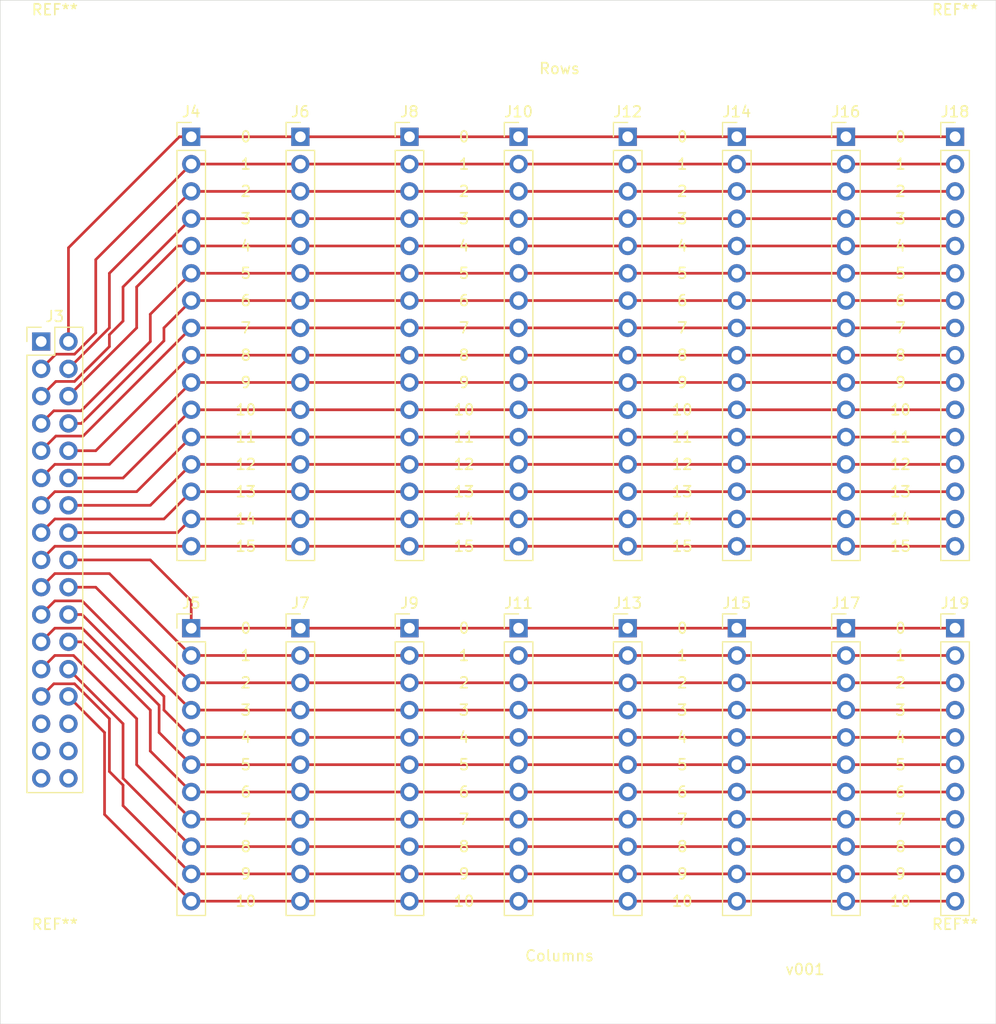
<source format=kicad_pcb>
(kicad_pcb (version 20171130) (host pcbnew "(5.1.2-1)-1")

  (general
    (thickness 1.6)
    (drawings 116)
    (tracks 296)
    (zones 0)
    (modules 21)
    (nets 35)
  )

  (page A4)
  (layers
    (0 F.Cu signal)
    (31 B.Cu signal)
    (32 B.Adhes user)
    (33 F.Adhes user)
    (34 B.Paste user)
    (35 F.Paste user)
    (36 B.SilkS user)
    (37 F.SilkS user)
    (38 B.Mask user)
    (39 F.Mask user)
    (40 Dwgs.User user)
    (41 Cmts.User user)
    (42 Eco1.User user)
    (43 Eco2.User user)
    (44 Edge.Cuts user)
    (45 Margin user)
    (46 B.CrtYd user)
    (47 F.CrtYd user)
    (48 B.Fab user)
    (49 F.Fab user)
  )

  (setup
    (last_trace_width 0.25)
    (trace_clearance 0.2)
    (zone_clearance 0.508)
    (zone_45_only no)
    (trace_min 0.2)
    (via_size 0.8)
    (via_drill 0.4)
    (via_min_size 0.4)
    (via_min_drill 0.3)
    (uvia_size 0.3)
    (uvia_drill 0.1)
    (uvias_allowed no)
    (uvia_min_size 0.2)
    (uvia_min_drill 0.1)
    (edge_width 0.05)
    (segment_width 0.2)
    (pcb_text_width 0.3)
    (pcb_text_size 1.5 1.5)
    (mod_edge_width 0.12)
    (mod_text_size 1 1)
    (mod_text_width 0.15)
    (pad_size 1.524 1.524)
    (pad_drill 0.762)
    (pad_to_mask_clearance 0.051)
    (solder_mask_min_width 0.25)
    (aux_axis_origin 0 0)
    (visible_elements FFFFEF7F)
    (pcbplotparams
      (layerselection 0x010fc_ffffffff)
      (usegerberextensions false)
      (usegerberattributes false)
      (usegerberadvancedattributes false)
      (creategerberjobfile false)
      (excludeedgelayer true)
      (linewidth 0.100000)
      (plotframeref false)
      (viasonmask false)
      (mode 1)
      (useauxorigin false)
      (hpglpennumber 1)
      (hpglpenspeed 20)
      (hpglpendiameter 15.000000)
      (psnegative false)
      (psa4output false)
      (plotreference true)
      (plotvalue true)
      (plotinvisibletext false)
      (padsonsilk false)
      (subtractmaskfromsilk false)
      (outputformat 1)
      (mirror false)
      (drillshape 0)
      (scaleselection 1)
      (outputdirectory "Switch_001b/"))
  )

  (net 0 "")
  (net 1 /Row13)
  (net 2 /Row12)
  (net 3 /Row11)
  (net 4 /Row10)
  (net 5 /Row9)
  (net 6 /Row8)
  (net 7 /Row7)
  (net 8 /Row6)
  (net 9 /Row5)
  (net 10 /Row4)
  (net 11 /Row3)
  (net 12 /Row2)
  (net 13 /Row1)
  (net 14 /Col10)
  (net 15 /Col9)
  (net 16 /Col8)
  (net 17 /Col7)
  (net 18 /Col6)
  (net 19 /Col5)
  (net 20 /Col4)
  (net 21 /Col3)
  (net 22 /Col2)
  (net 23 /Col1)
  (net 24 /Col0)
  (net 25 /Row15)
  (net 26 /Row14)
  (net 27 /Row0)
  (net 28 "Net-(J3-Pad34)")
  (net 29 "Net-(J3-Pad33)")
  (net 30 "Net-(J3-Pad32)")
  (net 31 "Net-(J3-Pad31)")
  (net 32 "Net-(J3-Pad30)")
  (net 33 "Net-(J3-Pad29)")
  (net 34 "Net-(J3-Pad1)")

  (net_class Default "This is the default net class."
    (clearance 0.2)
    (trace_width 0.25)
    (via_dia 0.8)
    (via_drill 0.4)
    (uvia_dia 0.3)
    (uvia_drill 0.1)
    (add_net /Col0)
    (add_net /Col1)
    (add_net /Col10)
    (add_net /Col2)
    (add_net /Col3)
    (add_net /Col4)
    (add_net /Col5)
    (add_net /Col6)
    (add_net /Col7)
    (add_net /Col8)
    (add_net /Col9)
    (add_net /Row0)
    (add_net /Row1)
    (add_net /Row10)
    (add_net /Row11)
    (add_net /Row12)
    (add_net /Row13)
    (add_net /Row14)
    (add_net /Row15)
    (add_net /Row2)
    (add_net /Row3)
    (add_net /Row4)
    (add_net /Row5)
    (add_net /Row6)
    (add_net /Row7)
    (add_net /Row8)
    (add_net /Row9)
    (add_net "Net-(J3-Pad1)")
    (add_net "Net-(J3-Pad29)")
    (add_net "Net-(J3-Pad30)")
    (add_net "Net-(J3-Pad31)")
    (add_net "Net-(J3-Pad32)")
    (add_net "Net-(J3-Pad33)")
    (add_net "Net-(J3-Pad34)")
  )

  (module MountingHole:MountingHole_3.2mm_M3 (layer F.Cu) (tedit 56D1B4CB) (tstamp 5D24D60E)
    (at 179.07 36.83)
    (descr "Mounting Hole 3.2mm, no annular, M3")
    (tags "mounting hole 3.2mm no annular m3")
    (attr virtual)
    (fp_text reference REF** (at 0 -4.2) (layer F.SilkS)
      (effects (font (size 1 1) (thickness 0.15)))
    )
    (fp_text value " " (at 0 4.2) (layer F.Fab)
      (effects (font (size 1 1) (thickness 0.15)))
    )
    (fp_circle (center 0 0) (end 3.45 0) (layer F.CrtYd) (width 0.05))
    (fp_circle (center 0 0) (end 3.2 0) (layer Cmts.User) (width 0.15))
    (fp_text user %R (at 0.3 0) (layer F.Fab)
      (effects (font (size 1 1) (thickness 0.15)))
    )
    (pad 1 np_thru_hole circle (at 0 0) (size 3.2 3.2) (drill 3.2) (layers *.Cu *.Mask))
  )

  (module MountingHole:MountingHole_3.2mm_M3 (layer F.Cu) (tedit 56D1B4CB) (tstamp 5D24D0C0)
    (at 95.25 121.92)
    (descr "Mounting Hole 3.2mm, no annular, M3")
    (tags "mounting hole 3.2mm no annular m3")
    (attr virtual)
    (fp_text reference REF** (at 0 -4.2) (layer F.SilkS)
      (effects (font (size 1 1) (thickness 0.15)))
    )
    (fp_text value " " (at 0 4.2) (layer F.Fab)
      (effects (font (size 1 1) (thickness 0.15)))
    )
    (fp_circle (center 0 0) (end 3.45 0) (layer F.CrtYd) (width 0.05))
    (fp_circle (center 0 0) (end 3.2 0) (layer Cmts.User) (width 0.15))
    (fp_text user %R (at 0.3 0) (layer F.Fab)
      (effects (font (size 1 1) (thickness 0.15)))
    )
    (pad 1 np_thru_hole circle (at 0 0) (size 3.2 3.2) (drill 3.2) (layers *.Cu *.Mask))
  )

  (module MountingHole:MountingHole_3.2mm_M3 (layer F.Cu) (tedit 56D1B4CB) (tstamp 5D24D09C)
    (at 179.07 121.92)
    (descr "Mounting Hole 3.2mm, no annular, M3")
    (tags "mounting hole 3.2mm no annular m3")
    (attr virtual)
    (fp_text reference REF** (at 0 -4.2) (layer F.SilkS)
      (effects (font (size 1 1) (thickness 0.15)))
    )
    (fp_text value " " (at 0 4.2) (layer F.Fab)
      (effects (font (size 1 1) (thickness 0.15)))
    )
    (fp_circle (center 0 0) (end 3.45 0) (layer F.CrtYd) (width 0.05))
    (fp_circle (center 0 0) (end 3.2 0) (layer Cmts.User) (width 0.15))
    (fp_text user %R (at 0.3 0) (layer F.Fab)
      (effects (font (size 1 1) (thickness 0.15)))
    )
    (pad 1 np_thru_hole circle (at 0 0) (size 3.2 3.2) (drill 3.2) (layers *.Cu *.Mask))
  )

  (module MountingHole:MountingHole_3.2mm_M3 (layer F.Cu) (tedit 56D1B4CB) (tstamp 5D24D078)
    (at 95.25 36.83)
    (descr "Mounting Hole 3.2mm, no annular, M3")
    (tags "mounting hole 3.2mm no annular m3")
    (attr virtual)
    (fp_text reference REF** (at 0 -4.2) (layer F.SilkS)
      (effects (font (size 1 1) (thickness 0.15)))
    )
    (fp_text value " " (at 0 4.2) (layer F.Fab)
      (effects (font (size 1 1) (thickness 0.15)))
    )
    (fp_circle (center 0 0) (end 3.45 0) (layer F.CrtYd) (width 0.05))
    (fp_circle (center 0 0) (end 3.2 0) (layer Cmts.User) (width 0.15))
    (fp_text user %R (at 0.3 0) (layer F.Fab)
      (effects (font (size 1 1) (thickness 0.15)))
    )
    (pad 1 np_thru_hole circle (at 0 0) (size 3.2 3.2) (drill 3.2) (layers *.Cu *.Mask))
  )

  (module Connector_PinHeader_2.54mm:PinHeader_1x11_P2.54mm_Vertical (layer F.Cu) (tedit 59FED5CC) (tstamp 5D24743F)
    (at 179.07 90.17)
    (descr "Through hole straight pin header, 1x11, 2.54mm pitch, single row")
    (tags "Through hole pin header THT 1x11 2.54mm single row")
    (path /5D2B579E)
    (fp_text reference J19 (at 0 -2.33) (layer F.SilkS)
      (effects (font (size 1 1) (thickness 0.15)))
    )
    (fp_text value " " (at 0 32.81) (layer F.Fab)
      (effects (font (size 1 1) (thickness 0.15)))
    )
    (fp_text user %R (at 0 15.24 90) (layer F.Fab)
      (effects (font (size 1 1) (thickness 0.15)))
    )
    (fp_line (start 1.8 -1.8) (end -1.8 -1.8) (layer F.CrtYd) (width 0.05))
    (fp_line (start 1.8 27.2) (end 1.8 -1.8) (layer F.CrtYd) (width 0.05))
    (fp_line (start -1.8 27.2) (end 1.8 27.2) (layer F.CrtYd) (width 0.05))
    (fp_line (start -1.8 -1.8) (end -1.8 27.2) (layer F.CrtYd) (width 0.05))
    (fp_line (start -1.33 -1.33) (end 0 -1.33) (layer F.SilkS) (width 0.12))
    (fp_line (start -1.33 0) (end -1.33 -1.33) (layer F.SilkS) (width 0.12))
    (fp_line (start -1.33 1.27) (end 1.33 1.27) (layer F.SilkS) (width 0.12))
    (fp_line (start 1.33 1.27) (end 1.33 26.73) (layer F.SilkS) (width 0.12))
    (fp_line (start -1.33 1.27) (end -1.33 26.73) (layer F.SilkS) (width 0.12))
    (fp_line (start -1.33 26.73) (end 1.33 26.73) (layer F.SilkS) (width 0.12))
    (fp_line (start -1.27 -0.635) (end -0.635 -1.27) (layer F.Fab) (width 0.1))
    (fp_line (start -1.27 26.67) (end -1.27 -0.635) (layer F.Fab) (width 0.1))
    (fp_line (start 1.27 26.67) (end -1.27 26.67) (layer F.Fab) (width 0.1))
    (fp_line (start 1.27 -1.27) (end 1.27 26.67) (layer F.Fab) (width 0.1))
    (fp_line (start -0.635 -1.27) (end 1.27 -1.27) (layer F.Fab) (width 0.1))
    (pad 11 thru_hole oval (at 0 25.4) (size 1.7 1.7) (drill 1) (layers *.Cu *.Mask)
      (net 14 /Col10))
    (pad 10 thru_hole oval (at 0 22.86) (size 1.7 1.7) (drill 1) (layers *.Cu *.Mask)
      (net 15 /Col9))
    (pad 9 thru_hole oval (at 0 20.32) (size 1.7 1.7) (drill 1) (layers *.Cu *.Mask)
      (net 16 /Col8))
    (pad 8 thru_hole oval (at 0 17.78) (size 1.7 1.7) (drill 1) (layers *.Cu *.Mask)
      (net 17 /Col7))
    (pad 7 thru_hole oval (at 0 15.24) (size 1.7 1.7) (drill 1) (layers *.Cu *.Mask)
      (net 18 /Col6))
    (pad 6 thru_hole oval (at 0 12.7) (size 1.7 1.7) (drill 1) (layers *.Cu *.Mask)
      (net 19 /Col5))
    (pad 5 thru_hole oval (at 0 10.16) (size 1.7 1.7) (drill 1) (layers *.Cu *.Mask)
      (net 20 /Col4))
    (pad 4 thru_hole oval (at 0 7.62) (size 1.7 1.7) (drill 1) (layers *.Cu *.Mask)
      (net 21 /Col3))
    (pad 3 thru_hole oval (at 0 5.08) (size 1.7 1.7) (drill 1) (layers *.Cu *.Mask)
      (net 22 /Col2))
    (pad 2 thru_hole oval (at 0 2.54) (size 1.7 1.7) (drill 1) (layers *.Cu *.Mask)
      (net 23 /Col1))
    (pad 1 thru_hole rect (at 0 0) (size 1.7 1.7) (drill 1) (layers *.Cu *.Mask)
      (net 24 /Col0))
    (model ${KISYS3DMOD}/Connector_PinHeader_2.54mm.3dshapes/PinHeader_1x11_P2.54mm_Vertical.wrl
      (at (xyz 0 0 0))
      (scale (xyz 1 1 1))
      (rotate (xyz 0 0 0))
    )
  )

  (module Connector_PinHeader_2.54mm:PinHeader_1x11_P2.54mm_Vertical (layer F.Cu) (tedit 59FED5CC) (tstamp 5D2473FA)
    (at 168.91 90.17)
    (descr "Through hole straight pin header, 1x11, 2.54mm pitch, single row")
    (tags "Through hole pin header THT 1x11 2.54mm single row")
    (path /5D2B57CD)
    (fp_text reference J17 (at 0 -2.33) (layer F.SilkS)
      (effects (font (size 1 1) (thickness 0.15)))
    )
    (fp_text value " " (at 0 32.81) (layer F.Fab)
      (effects (font (size 1 1) (thickness 0.15)))
    )
    (fp_text user %R (at 0 15.24 90) (layer F.Fab)
      (effects (font (size 1 1) (thickness 0.15)))
    )
    (fp_line (start 1.8 -1.8) (end -1.8 -1.8) (layer F.CrtYd) (width 0.05))
    (fp_line (start 1.8 27.2) (end 1.8 -1.8) (layer F.CrtYd) (width 0.05))
    (fp_line (start -1.8 27.2) (end 1.8 27.2) (layer F.CrtYd) (width 0.05))
    (fp_line (start -1.8 -1.8) (end -1.8 27.2) (layer F.CrtYd) (width 0.05))
    (fp_line (start -1.33 -1.33) (end 0 -1.33) (layer F.SilkS) (width 0.12))
    (fp_line (start -1.33 0) (end -1.33 -1.33) (layer F.SilkS) (width 0.12))
    (fp_line (start -1.33 1.27) (end 1.33 1.27) (layer F.SilkS) (width 0.12))
    (fp_line (start 1.33 1.27) (end 1.33 26.73) (layer F.SilkS) (width 0.12))
    (fp_line (start -1.33 1.27) (end -1.33 26.73) (layer F.SilkS) (width 0.12))
    (fp_line (start -1.33 26.73) (end 1.33 26.73) (layer F.SilkS) (width 0.12))
    (fp_line (start -1.27 -0.635) (end -0.635 -1.27) (layer F.Fab) (width 0.1))
    (fp_line (start -1.27 26.67) (end -1.27 -0.635) (layer F.Fab) (width 0.1))
    (fp_line (start 1.27 26.67) (end -1.27 26.67) (layer F.Fab) (width 0.1))
    (fp_line (start 1.27 -1.27) (end 1.27 26.67) (layer F.Fab) (width 0.1))
    (fp_line (start -0.635 -1.27) (end 1.27 -1.27) (layer F.Fab) (width 0.1))
    (pad 11 thru_hole oval (at 0 25.4) (size 1.7 1.7) (drill 1) (layers *.Cu *.Mask)
      (net 14 /Col10))
    (pad 10 thru_hole oval (at 0 22.86) (size 1.7 1.7) (drill 1) (layers *.Cu *.Mask)
      (net 15 /Col9))
    (pad 9 thru_hole oval (at 0 20.32) (size 1.7 1.7) (drill 1) (layers *.Cu *.Mask)
      (net 16 /Col8))
    (pad 8 thru_hole oval (at 0 17.78) (size 1.7 1.7) (drill 1) (layers *.Cu *.Mask)
      (net 17 /Col7))
    (pad 7 thru_hole oval (at 0 15.24) (size 1.7 1.7) (drill 1) (layers *.Cu *.Mask)
      (net 18 /Col6))
    (pad 6 thru_hole oval (at 0 12.7) (size 1.7 1.7) (drill 1) (layers *.Cu *.Mask)
      (net 19 /Col5))
    (pad 5 thru_hole oval (at 0 10.16) (size 1.7 1.7) (drill 1) (layers *.Cu *.Mask)
      (net 20 /Col4))
    (pad 4 thru_hole oval (at 0 7.62) (size 1.7 1.7) (drill 1) (layers *.Cu *.Mask)
      (net 21 /Col3))
    (pad 3 thru_hole oval (at 0 5.08) (size 1.7 1.7) (drill 1) (layers *.Cu *.Mask)
      (net 22 /Col2))
    (pad 2 thru_hole oval (at 0 2.54) (size 1.7 1.7) (drill 1) (layers *.Cu *.Mask)
      (net 23 /Col1))
    (pad 1 thru_hole rect (at 0 0) (size 1.7 1.7) (drill 1) (layers *.Cu *.Mask)
      (net 24 /Col0))
    (model ${KISYS3DMOD}/Connector_PinHeader_2.54mm.3dshapes/PinHeader_1x11_P2.54mm_Vertical.wrl
      (at (xyz 0 0 0))
      (scale (xyz 1 1 1))
      (rotate (xyz 0 0 0))
    )
  )

  (module Connector_PinHeader_2.54mm:PinHeader_1x11_P2.54mm_Vertical (layer F.Cu) (tedit 59FED5CC) (tstamp 5D2473B5)
    (at 158.75 90.17)
    (descr "Through hole straight pin header, 1x11, 2.54mm pitch, single row")
    (tags "Through hole pin header THT 1x11 2.54mm single row")
    (path /5D2B5740)
    (fp_text reference J15 (at 0 -2.33) (layer F.SilkS)
      (effects (font (size 1 1) (thickness 0.15)))
    )
    (fp_text value " " (at 0 32.81) (layer F.Fab)
      (effects (font (size 1 1) (thickness 0.15)))
    )
    (fp_text user %R (at 0 15.24 90) (layer F.Fab)
      (effects (font (size 1 1) (thickness 0.15)))
    )
    (fp_line (start 1.8 -1.8) (end -1.8 -1.8) (layer F.CrtYd) (width 0.05))
    (fp_line (start 1.8 27.2) (end 1.8 -1.8) (layer F.CrtYd) (width 0.05))
    (fp_line (start -1.8 27.2) (end 1.8 27.2) (layer F.CrtYd) (width 0.05))
    (fp_line (start -1.8 -1.8) (end -1.8 27.2) (layer F.CrtYd) (width 0.05))
    (fp_line (start -1.33 -1.33) (end 0 -1.33) (layer F.SilkS) (width 0.12))
    (fp_line (start -1.33 0) (end -1.33 -1.33) (layer F.SilkS) (width 0.12))
    (fp_line (start -1.33 1.27) (end 1.33 1.27) (layer F.SilkS) (width 0.12))
    (fp_line (start 1.33 1.27) (end 1.33 26.73) (layer F.SilkS) (width 0.12))
    (fp_line (start -1.33 1.27) (end -1.33 26.73) (layer F.SilkS) (width 0.12))
    (fp_line (start -1.33 26.73) (end 1.33 26.73) (layer F.SilkS) (width 0.12))
    (fp_line (start -1.27 -0.635) (end -0.635 -1.27) (layer F.Fab) (width 0.1))
    (fp_line (start -1.27 26.67) (end -1.27 -0.635) (layer F.Fab) (width 0.1))
    (fp_line (start 1.27 26.67) (end -1.27 26.67) (layer F.Fab) (width 0.1))
    (fp_line (start 1.27 -1.27) (end 1.27 26.67) (layer F.Fab) (width 0.1))
    (fp_line (start -0.635 -1.27) (end 1.27 -1.27) (layer F.Fab) (width 0.1))
    (pad 11 thru_hole oval (at 0 25.4) (size 1.7 1.7) (drill 1) (layers *.Cu *.Mask)
      (net 14 /Col10))
    (pad 10 thru_hole oval (at 0 22.86) (size 1.7 1.7) (drill 1) (layers *.Cu *.Mask)
      (net 15 /Col9))
    (pad 9 thru_hole oval (at 0 20.32) (size 1.7 1.7) (drill 1) (layers *.Cu *.Mask)
      (net 16 /Col8))
    (pad 8 thru_hole oval (at 0 17.78) (size 1.7 1.7) (drill 1) (layers *.Cu *.Mask)
      (net 17 /Col7))
    (pad 7 thru_hole oval (at 0 15.24) (size 1.7 1.7) (drill 1) (layers *.Cu *.Mask)
      (net 18 /Col6))
    (pad 6 thru_hole oval (at 0 12.7) (size 1.7 1.7) (drill 1) (layers *.Cu *.Mask)
      (net 19 /Col5))
    (pad 5 thru_hole oval (at 0 10.16) (size 1.7 1.7) (drill 1) (layers *.Cu *.Mask)
      (net 20 /Col4))
    (pad 4 thru_hole oval (at 0 7.62) (size 1.7 1.7) (drill 1) (layers *.Cu *.Mask)
      (net 21 /Col3))
    (pad 3 thru_hole oval (at 0 5.08) (size 1.7 1.7) (drill 1) (layers *.Cu *.Mask)
      (net 22 /Col2))
    (pad 2 thru_hole oval (at 0 2.54) (size 1.7 1.7) (drill 1) (layers *.Cu *.Mask)
      (net 23 /Col1))
    (pad 1 thru_hole rect (at 0 0) (size 1.7 1.7) (drill 1) (layers *.Cu *.Mask)
      (net 24 /Col0))
    (model ${KISYS3DMOD}/Connector_PinHeader_2.54mm.3dshapes/PinHeader_1x11_P2.54mm_Vertical.wrl
      (at (xyz 0 0 0))
      (scale (xyz 1 1 1))
      (rotate (xyz 0 0 0))
    )
  )

  (module Connector_PinHeader_2.54mm:PinHeader_1x11_P2.54mm_Vertical (layer F.Cu) (tedit 59FED5CC) (tstamp 5D247370)
    (at 148.59 90.17)
    (descr "Through hole straight pin header, 1x11, 2.54mm pitch, single row")
    (tags "Through hole pin header THT 1x11 2.54mm single row")
    (path /5D2B576F)
    (fp_text reference J13 (at 0 -2.33) (layer F.SilkS)
      (effects (font (size 1 1) (thickness 0.15)))
    )
    (fp_text value " " (at 0 32.81) (layer F.Fab)
      (effects (font (size 1 1) (thickness 0.15)))
    )
    (fp_text user %R (at 0 15.24 90) (layer F.Fab)
      (effects (font (size 1 1) (thickness 0.15)))
    )
    (fp_line (start 1.8 -1.8) (end -1.8 -1.8) (layer F.CrtYd) (width 0.05))
    (fp_line (start 1.8 27.2) (end 1.8 -1.8) (layer F.CrtYd) (width 0.05))
    (fp_line (start -1.8 27.2) (end 1.8 27.2) (layer F.CrtYd) (width 0.05))
    (fp_line (start -1.8 -1.8) (end -1.8 27.2) (layer F.CrtYd) (width 0.05))
    (fp_line (start -1.33 -1.33) (end 0 -1.33) (layer F.SilkS) (width 0.12))
    (fp_line (start -1.33 0) (end -1.33 -1.33) (layer F.SilkS) (width 0.12))
    (fp_line (start -1.33 1.27) (end 1.33 1.27) (layer F.SilkS) (width 0.12))
    (fp_line (start 1.33 1.27) (end 1.33 26.73) (layer F.SilkS) (width 0.12))
    (fp_line (start -1.33 1.27) (end -1.33 26.73) (layer F.SilkS) (width 0.12))
    (fp_line (start -1.33 26.73) (end 1.33 26.73) (layer F.SilkS) (width 0.12))
    (fp_line (start -1.27 -0.635) (end -0.635 -1.27) (layer F.Fab) (width 0.1))
    (fp_line (start -1.27 26.67) (end -1.27 -0.635) (layer F.Fab) (width 0.1))
    (fp_line (start 1.27 26.67) (end -1.27 26.67) (layer F.Fab) (width 0.1))
    (fp_line (start 1.27 -1.27) (end 1.27 26.67) (layer F.Fab) (width 0.1))
    (fp_line (start -0.635 -1.27) (end 1.27 -1.27) (layer F.Fab) (width 0.1))
    (pad 11 thru_hole oval (at 0 25.4) (size 1.7 1.7) (drill 1) (layers *.Cu *.Mask)
      (net 14 /Col10))
    (pad 10 thru_hole oval (at 0 22.86) (size 1.7 1.7) (drill 1) (layers *.Cu *.Mask)
      (net 15 /Col9))
    (pad 9 thru_hole oval (at 0 20.32) (size 1.7 1.7) (drill 1) (layers *.Cu *.Mask)
      (net 16 /Col8))
    (pad 8 thru_hole oval (at 0 17.78) (size 1.7 1.7) (drill 1) (layers *.Cu *.Mask)
      (net 17 /Col7))
    (pad 7 thru_hole oval (at 0 15.24) (size 1.7 1.7) (drill 1) (layers *.Cu *.Mask)
      (net 18 /Col6))
    (pad 6 thru_hole oval (at 0 12.7) (size 1.7 1.7) (drill 1) (layers *.Cu *.Mask)
      (net 19 /Col5))
    (pad 5 thru_hole oval (at 0 10.16) (size 1.7 1.7) (drill 1) (layers *.Cu *.Mask)
      (net 20 /Col4))
    (pad 4 thru_hole oval (at 0 7.62) (size 1.7 1.7) (drill 1) (layers *.Cu *.Mask)
      (net 21 /Col3))
    (pad 3 thru_hole oval (at 0 5.08) (size 1.7 1.7) (drill 1) (layers *.Cu *.Mask)
      (net 22 /Col2))
    (pad 2 thru_hole oval (at 0 2.54) (size 1.7 1.7) (drill 1) (layers *.Cu *.Mask)
      (net 23 /Col1))
    (pad 1 thru_hole rect (at 0 0) (size 1.7 1.7) (drill 1) (layers *.Cu *.Mask)
      (net 24 /Col0))
    (model ${KISYS3DMOD}/Connector_PinHeader_2.54mm.3dshapes/PinHeader_1x11_P2.54mm_Vertical.wrl
      (at (xyz 0 0 0))
      (scale (xyz 1 1 1))
      (rotate (xyz 0 0 0))
    )
  )

  (module Connector_PinHeader_2.54mm:PinHeader_1x11_P2.54mm_Vertical (layer F.Cu) (tedit 59FED5CC) (tstamp 5D24732B)
    (at 138.43 90.17)
    (descr "Through hole straight pin header, 1x11, 2.54mm pitch, single row")
    (tags "Through hole pin header THT 1x11 2.54mm single row")
    (path /5D29352F)
    (fp_text reference J11 (at 0 -2.33) (layer F.SilkS)
      (effects (font (size 1 1) (thickness 0.15)))
    )
    (fp_text value " " (at 0 32.81) (layer F.Fab)
      (effects (font (size 1 1) (thickness 0.15)))
    )
    (fp_text user %R (at 0 15.24 90) (layer F.Fab)
      (effects (font (size 1 1) (thickness 0.15)))
    )
    (fp_line (start 1.8 -1.8) (end -1.8 -1.8) (layer F.CrtYd) (width 0.05))
    (fp_line (start 1.8 27.2) (end 1.8 -1.8) (layer F.CrtYd) (width 0.05))
    (fp_line (start -1.8 27.2) (end 1.8 27.2) (layer F.CrtYd) (width 0.05))
    (fp_line (start -1.8 -1.8) (end -1.8 27.2) (layer F.CrtYd) (width 0.05))
    (fp_line (start -1.33 -1.33) (end 0 -1.33) (layer F.SilkS) (width 0.12))
    (fp_line (start -1.33 0) (end -1.33 -1.33) (layer F.SilkS) (width 0.12))
    (fp_line (start -1.33 1.27) (end 1.33 1.27) (layer F.SilkS) (width 0.12))
    (fp_line (start 1.33 1.27) (end 1.33 26.73) (layer F.SilkS) (width 0.12))
    (fp_line (start -1.33 1.27) (end -1.33 26.73) (layer F.SilkS) (width 0.12))
    (fp_line (start -1.33 26.73) (end 1.33 26.73) (layer F.SilkS) (width 0.12))
    (fp_line (start -1.27 -0.635) (end -0.635 -1.27) (layer F.Fab) (width 0.1))
    (fp_line (start -1.27 26.67) (end -1.27 -0.635) (layer F.Fab) (width 0.1))
    (fp_line (start 1.27 26.67) (end -1.27 26.67) (layer F.Fab) (width 0.1))
    (fp_line (start 1.27 -1.27) (end 1.27 26.67) (layer F.Fab) (width 0.1))
    (fp_line (start -0.635 -1.27) (end 1.27 -1.27) (layer F.Fab) (width 0.1))
    (pad 11 thru_hole oval (at 0 25.4) (size 1.7 1.7) (drill 1) (layers *.Cu *.Mask)
      (net 14 /Col10))
    (pad 10 thru_hole oval (at 0 22.86) (size 1.7 1.7) (drill 1) (layers *.Cu *.Mask)
      (net 15 /Col9))
    (pad 9 thru_hole oval (at 0 20.32) (size 1.7 1.7) (drill 1) (layers *.Cu *.Mask)
      (net 16 /Col8))
    (pad 8 thru_hole oval (at 0 17.78) (size 1.7 1.7) (drill 1) (layers *.Cu *.Mask)
      (net 17 /Col7))
    (pad 7 thru_hole oval (at 0 15.24) (size 1.7 1.7) (drill 1) (layers *.Cu *.Mask)
      (net 18 /Col6))
    (pad 6 thru_hole oval (at 0 12.7) (size 1.7 1.7) (drill 1) (layers *.Cu *.Mask)
      (net 19 /Col5))
    (pad 5 thru_hole oval (at 0 10.16) (size 1.7 1.7) (drill 1) (layers *.Cu *.Mask)
      (net 20 /Col4))
    (pad 4 thru_hole oval (at 0 7.62) (size 1.7 1.7) (drill 1) (layers *.Cu *.Mask)
      (net 21 /Col3))
    (pad 3 thru_hole oval (at 0 5.08) (size 1.7 1.7) (drill 1) (layers *.Cu *.Mask)
      (net 22 /Col2))
    (pad 2 thru_hole oval (at 0 2.54) (size 1.7 1.7) (drill 1) (layers *.Cu *.Mask)
      (net 23 /Col1))
    (pad 1 thru_hole rect (at 0 0) (size 1.7 1.7) (drill 1) (layers *.Cu *.Mask)
      (net 24 /Col0))
    (model ${KISYS3DMOD}/Connector_PinHeader_2.54mm.3dshapes/PinHeader_1x11_P2.54mm_Vertical.wrl
      (at (xyz 0 0 0))
      (scale (xyz 1 1 1))
      (rotate (xyz 0 0 0))
    )
  )

  (module Connector_PinHeader_2.54mm:PinHeader_1x11_P2.54mm_Vertical (layer F.Cu) (tedit 59FED5CC) (tstamp 5D2472E6)
    (at 128.27 90.17)
    (descr "Through hole straight pin header, 1x11, 2.54mm pitch, single row")
    (tags "Through hole pin header THT 1x11 2.54mm single row")
    (path /5D29355E)
    (fp_text reference J9 (at 0 -2.33) (layer F.SilkS)
      (effects (font (size 1 1) (thickness 0.15)))
    )
    (fp_text value " " (at 0 32.81) (layer F.Fab)
      (effects (font (size 1 1) (thickness 0.15)))
    )
    (fp_text user %R (at 0 15.24 90) (layer F.Fab)
      (effects (font (size 1 1) (thickness 0.15)))
    )
    (fp_line (start 1.8 -1.8) (end -1.8 -1.8) (layer F.CrtYd) (width 0.05))
    (fp_line (start 1.8 27.2) (end 1.8 -1.8) (layer F.CrtYd) (width 0.05))
    (fp_line (start -1.8 27.2) (end 1.8 27.2) (layer F.CrtYd) (width 0.05))
    (fp_line (start -1.8 -1.8) (end -1.8 27.2) (layer F.CrtYd) (width 0.05))
    (fp_line (start -1.33 -1.33) (end 0 -1.33) (layer F.SilkS) (width 0.12))
    (fp_line (start -1.33 0) (end -1.33 -1.33) (layer F.SilkS) (width 0.12))
    (fp_line (start -1.33 1.27) (end 1.33 1.27) (layer F.SilkS) (width 0.12))
    (fp_line (start 1.33 1.27) (end 1.33 26.73) (layer F.SilkS) (width 0.12))
    (fp_line (start -1.33 1.27) (end -1.33 26.73) (layer F.SilkS) (width 0.12))
    (fp_line (start -1.33 26.73) (end 1.33 26.73) (layer F.SilkS) (width 0.12))
    (fp_line (start -1.27 -0.635) (end -0.635 -1.27) (layer F.Fab) (width 0.1))
    (fp_line (start -1.27 26.67) (end -1.27 -0.635) (layer F.Fab) (width 0.1))
    (fp_line (start 1.27 26.67) (end -1.27 26.67) (layer F.Fab) (width 0.1))
    (fp_line (start 1.27 -1.27) (end 1.27 26.67) (layer F.Fab) (width 0.1))
    (fp_line (start -0.635 -1.27) (end 1.27 -1.27) (layer F.Fab) (width 0.1))
    (pad 11 thru_hole oval (at 0 25.4) (size 1.7 1.7) (drill 1) (layers *.Cu *.Mask)
      (net 14 /Col10))
    (pad 10 thru_hole oval (at 0 22.86) (size 1.7 1.7) (drill 1) (layers *.Cu *.Mask)
      (net 15 /Col9))
    (pad 9 thru_hole oval (at 0 20.32) (size 1.7 1.7) (drill 1) (layers *.Cu *.Mask)
      (net 16 /Col8))
    (pad 8 thru_hole oval (at 0 17.78) (size 1.7 1.7) (drill 1) (layers *.Cu *.Mask)
      (net 17 /Col7))
    (pad 7 thru_hole oval (at 0 15.24) (size 1.7 1.7) (drill 1) (layers *.Cu *.Mask)
      (net 18 /Col6))
    (pad 6 thru_hole oval (at 0 12.7) (size 1.7 1.7) (drill 1) (layers *.Cu *.Mask)
      (net 19 /Col5))
    (pad 5 thru_hole oval (at 0 10.16) (size 1.7 1.7) (drill 1) (layers *.Cu *.Mask)
      (net 20 /Col4))
    (pad 4 thru_hole oval (at 0 7.62) (size 1.7 1.7) (drill 1) (layers *.Cu *.Mask)
      (net 21 /Col3))
    (pad 3 thru_hole oval (at 0 5.08) (size 1.7 1.7) (drill 1) (layers *.Cu *.Mask)
      (net 22 /Col2))
    (pad 2 thru_hole oval (at 0 2.54) (size 1.7 1.7) (drill 1) (layers *.Cu *.Mask)
      (net 23 /Col1))
    (pad 1 thru_hole rect (at 0 0) (size 1.7 1.7) (drill 1) (layers *.Cu *.Mask)
      (net 24 /Col0))
    (model ${KISYS3DMOD}/Connector_PinHeader_2.54mm.3dshapes/PinHeader_1x11_P2.54mm_Vertical.wrl
      (at (xyz 0 0 0))
      (scale (xyz 1 1 1))
      (rotate (xyz 0 0 0))
    )
  )

  (module Connector_PinHeader_2.54mm:PinHeader_1x11_P2.54mm_Vertical (layer F.Cu) (tedit 59FED5CC) (tstamp 5D2472A1)
    (at 118.11 90.17)
    (descr "Through hole straight pin header, 1x11, 2.54mm pitch, single row")
    (tags "Through hole pin header THT 1x11 2.54mm single row")
    (path /5D282A4A)
    (fp_text reference J7 (at 0 -2.33) (layer F.SilkS)
      (effects (font (size 1 1) (thickness 0.15)))
    )
    (fp_text value " " (at 0 32.81) (layer F.Fab)
      (effects (font (size 1 1) (thickness 0.15)))
    )
    (fp_text user %R (at 0 15.24 90) (layer F.Fab)
      (effects (font (size 1 1) (thickness 0.15)))
    )
    (fp_line (start 1.8 -1.8) (end -1.8 -1.8) (layer F.CrtYd) (width 0.05))
    (fp_line (start 1.8 27.2) (end 1.8 -1.8) (layer F.CrtYd) (width 0.05))
    (fp_line (start -1.8 27.2) (end 1.8 27.2) (layer F.CrtYd) (width 0.05))
    (fp_line (start -1.8 -1.8) (end -1.8 27.2) (layer F.CrtYd) (width 0.05))
    (fp_line (start -1.33 -1.33) (end 0 -1.33) (layer F.SilkS) (width 0.12))
    (fp_line (start -1.33 0) (end -1.33 -1.33) (layer F.SilkS) (width 0.12))
    (fp_line (start -1.33 1.27) (end 1.33 1.27) (layer F.SilkS) (width 0.12))
    (fp_line (start 1.33 1.27) (end 1.33 26.73) (layer F.SilkS) (width 0.12))
    (fp_line (start -1.33 1.27) (end -1.33 26.73) (layer F.SilkS) (width 0.12))
    (fp_line (start -1.33 26.73) (end 1.33 26.73) (layer F.SilkS) (width 0.12))
    (fp_line (start -1.27 -0.635) (end -0.635 -1.27) (layer F.Fab) (width 0.1))
    (fp_line (start -1.27 26.67) (end -1.27 -0.635) (layer F.Fab) (width 0.1))
    (fp_line (start 1.27 26.67) (end -1.27 26.67) (layer F.Fab) (width 0.1))
    (fp_line (start 1.27 -1.27) (end 1.27 26.67) (layer F.Fab) (width 0.1))
    (fp_line (start -0.635 -1.27) (end 1.27 -1.27) (layer F.Fab) (width 0.1))
    (pad 11 thru_hole oval (at 0 25.4) (size 1.7 1.7) (drill 1) (layers *.Cu *.Mask)
      (net 14 /Col10))
    (pad 10 thru_hole oval (at 0 22.86) (size 1.7 1.7) (drill 1) (layers *.Cu *.Mask)
      (net 15 /Col9))
    (pad 9 thru_hole oval (at 0 20.32) (size 1.7 1.7) (drill 1) (layers *.Cu *.Mask)
      (net 16 /Col8))
    (pad 8 thru_hole oval (at 0 17.78) (size 1.7 1.7) (drill 1) (layers *.Cu *.Mask)
      (net 17 /Col7))
    (pad 7 thru_hole oval (at 0 15.24) (size 1.7 1.7) (drill 1) (layers *.Cu *.Mask)
      (net 18 /Col6))
    (pad 6 thru_hole oval (at 0 12.7) (size 1.7 1.7) (drill 1) (layers *.Cu *.Mask)
      (net 19 /Col5))
    (pad 5 thru_hole oval (at 0 10.16) (size 1.7 1.7) (drill 1) (layers *.Cu *.Mask)
      (net 20 /Col4))
    (pad 4 thru_hole oval (at 0 7.62) (size 1.7 1.7) (drill 1) (layers *.Cu *.Mask)
      (net 21 /Col3))
    (pad 3 thru_hole oval (at 0 5.08) (size 1.7 1.7) (drill 1) (layers *.Cu *.Mask)
      (net 22 /Col2))
    (pad 2 thru_hole oval (at 0 2.54) (size 1.7 1.7) (drill 1) (layers *.Cu *.Mask)
      (net 23 /Col1))
    (pad 1 thru_hole rect (at 0 0) (size 1.7 1.7) (drill 1) (layers *.Cu *.Mask)
      (net 24 /Col0))
    (model ${KISYS3DMOD}/Connector_PinHeader_2.54mm.3dshapes/PinHeader_1x11_P2.54mm_Vertical.wrl
      (at (xyz 0 0 0))
      (scale (xyz 1 1 1))
      (rotate (xyz 0 0 0))
    )
  )

  (module Connector_PinHeader_2.54mm:PinHeader_1x11_P2.54mm_Vertical (layer F.Cu) (tedit 59FED5CC) (tstamp 5D246930)
    (at 107.95 90.17)
    (descr "Through hole straight pin header, 1x11, 2.54mm pitch, single row")
    (tags "Through hole pin header THT 1x11 2.54mm single row")
    (path /5D27653E)
    (fp_text reference J5 (at 0 -2.33) (layer F.SilkS)
      (effects (font (size 1 1) (thickness 0.15)))
    )
    (fp_text value " " (at 0 32.81) (layer F.Fab)
      (effects (font (size 1 1) (thickness 0.15)))
    )
    (fp_text user %R (at 0 15.24 90) (layer F.Fab)
      (effects (font (size 1 1) (thickness 0.15)))
    )
    (fp_line (start 1.8 -1.8) (end -1.8 -1.8) (layer F.CrtYd) (width 0.05))
    (fp_line (start 1.8 27.2) (end 1.8 -1.8) (layer F.CrtYd) (width 0.05))
    (fp_line (start -1.8 27.2) (end 1.8 27.2) (layer F.CrtYd) (width 0.05))
    (fp_line (start -1.8 -1.8) (end -1.8 27.2) (layer F.CrtYd) (width 0.05))
    (fp_line (start -1.33 -1.33) (end 0 -1.33) (layer F.SilkS) (width 0.12))
    (fp_line (start -1.33 0) (end -1.33 -1.33) (layer F.SilkS) (width 0.12))
    (fp_line (start -1.33 1.27) (end 1.33 1.27) (layer F.SilkS) (width 0.12))
    (fp_line (start 1.33 1.27) (end 1.33 26.73) (layer F.SilkS) (width 0.12))
    (fp_line (start -1.33 1.27) (end -1.33 26.73) (layer F.SilkS) (width 0.12))
    (fp_line (start -1.33 26.73) (end 1.33 26.73) (layer F.SilkS) (width 0.12))
    (fp_line (start -1.27 -0.635) (end -0.635 -1.27) (layer F.Fab) (width 0.1))
    (fp_line (start -1.27 26.67) (end -1.27 -0.635) (layer F.Fab) (width 0.1))
    (fp_line (start 1.27 26.67) (end -1.27 26.67) (layer F.Fab) (width 0.1))
    (fp_line (start 1.27 -1.27) (end 1.27 26.67) (layer F.Fab) (width 0.1))
    (fp_line (start -0.635 -1.27) (end 1.27 -1.27) (layer F.Fab) (width 0.1))
    (pad 11 thru_hole oval (at 0 25.4) (size 1.7 1.7) (drill 1) (layers *.Cu *.Mask)
      (net 14 /Col10))
    (pad 10 thru_hole oval (at 0 22.86) (size 1.7 1.7) (drill 1) (layers *.Cu *.Mask)
      (net 15 /Col9))
    (pad 9 thru_hole oval (at 0 20.32) (size 1.7 1.7) (drill 1) (layers *.Cu *.Mask)
      (net 16 /Col8))
    (pad 8 thru_hole oval (at 0 17.78) (size 1.7 1.7) (drill 1) (layers *.Cu *.Mask)
      (net 17 /Col7))
    (pad 7 thru_hole oval (at 0 15.24) (size 1.7 1.7) (drill 1) (layers *.Cu *.Mask)
      (net 18 /Col6))
    (pad 6 thru_hole oval (at 0 12.7) (size 1.7 1.7) (drill 1) (layers *.Cu *.Mask)
      (net 19 /Col5))
    (pad 5 thru_hole oval (at 0 10.16) (size 1.7 1.7) (drill 1) (layers *.Cu *.Mask)
      (net 20 /Col4))
    (pad 4 thru_hole oval (at 0 7.62) (size 1.7 1.7) (drill 1) (layers *.Cu *.Mask)
      (net 21 /Col3))
    (pad 3 thru_hole oval (at 0 5.08) (size 1.7 1.7) (drill 1) (layers *.Cu *.Mask)
      (net 22 /Col2))
    (pad 2 thru_hole oval (at 0 2.54) (size 1.7 1.7) (drill 1) (layers *.Cu *.Mask)
      (net 23 /Col1))
    (pad 1 thru_hole rect (at 0 0) (size 1.7 1.7) (drill 1) (layers *.Cu *.Mask)
      (net 24 /Col0))
    (model ${KISYS3DMOD}/Connector_PinHeader_2.54mm.3dshapes/PinHeader_1x11_P2.54mm_Vertical.wrl
      (at (xyz 0 0 0))
      (scale (xyz 1 1 1))
      (rotate (xyz 0 0 0))
    )
  )

  (module Connector_PinHeader_2.54mm:PinHeader_1x16_P2.54mm_Vertical (layer F.Cu) (tedit 59FED5CC) (tstamp 5D24741E)
    (at 179.07 44.45)
    (descr "Through hole straight pin header, 1x16, 2.54mm pitch, single row")
    (tags "Through hole pin header THT 1x16 2.54mm single row")
    (path /5D2B57A8)
    (fp_text reference J18 (at 0 -2.33) (layer F.SilkS)
      (effects (font (size 1 1) (thickness 0.15)))
    )
    (fp_text value " " (at 0 40.43) (layer F.Fab)
      (effects (font (size 1 1) (thickness 0.15)))
    )
    (fp_text user %R (at 0 19.05 90) (layer F.Fab)
      (effects (font (size 1 1) (thickness 0.15)))
    )
    (fp_line (start 1.8 -1.8) (end -1.8 -1.8) (layer F.CrtYd) (width 0.05))
    (fp_line (start 1.8 39.9) (end 1.8 -1.8) (layer F.CrtYd) (width 0.05))
    (fp_line (start -1.8 39.9) (end 1.8 39.9) (layer F.CrtYd) (width 0.05))
    (fp_line (start -1.8 -1.8) (end -1.8 39.9) (layer F.CrtYd) (width 0.05))
    (fp_line (start -1.33 -1.33) (end 0 -1.33) (layer F.SilkS) (width 0.12))
    (fp_line (start -1.33 0) (end -1.33 -1.33) (layer F.SilkS) (width 0.12))
    (fp_line (start -1.33 1.27) (end 1.33 1.27) (layer F.SilkS) (width 0.12))
    (fp_line (start 1.33 1.27) (end 1.33 39.43) (layer F.SilkS) (width 0.12))
    (fp_line (start -1.33 1.27) (end -1.33 39.43) (layer F.SilkS) (width 0.12))
    (fp_line (start -1.33 39.43) (end 1.33 39.43) (layer F.SilkS) (width 0.12))
    (fp_line (start -1.27 -0.635) (end -0.635 -1.27) (layer F.Fab) (width 0.1))
    (fp_line (start -1.27 39.37) (end -1.27 -0.635) (layer F.Fab) (width 0.1))
    (fp_line (start 1.27 39.37) (end -1.27 39.37) (layer F.Fab) (width 0.1))
    (fp_line (start 1.27 -1.27) (end 1.27 39.37) (layer F.Fab) (width 0.1))
    (fp_line (start -0.635 -1.27) (end 1.27 -1.27) (layer F.Fab) (width 0.1))
    (pad 16 thru_hole oval (at 0 38.1) (size 1.7 1.7) (drill 1) (layers *.Cu *.Mask)
      (net 25 /Row15))
    (pad 15 thru_hole oval (at 0 35.56) (size 1.7 1.7) (drill 1) (layers *.Cu *.Mask)
      (net 26 /Row14))
    (pad 14 thru_hole oval (at 0 33.02) (size 1.7 1.7) (drill 1) (layers *.Cu *.Mask)
      (net 1 /Row13))
    (pad 13 thru_hole oval (at 0 30.48) (size 1.7 1.7) (drill 1) (layers *.Cu *.Mask)
      (net 2 /Row12))
    (pad 12 thru_hole oval (at 0 27.94) (size 1.7 1.7) (drill 1) (layers *.Cu *.Mask)
      (net 3 /Row11))
    (pad 11 thru_hole oval (at 0 25.4) (size 1.7 1.7) (drill 1) (layers *.Cu *.Mask)
      (net 4 /Row10))
    (pad 10 thru_hole oval (at 0 22.86) (size 1.7 1.7) (drill 1) (layers *.Cu *.Mask)
      (net 5 /Row9))
    (pad 9 thru_hole oval (at 0 20.32) (size 1.7 1.7) (drill 1) (layers *.Cu *.Mask)
      (net 6 /Row8))
    (pad 8 thru_hole oval (at 0 17.78) (size 1.7 1.7) (drill 1) (layers *.Cu *.Mask)
      (net 7 /Row7))
    (pad 7 thru_hole oval (at 0 15.24) (size 1.7 1.7) (drill 1) (layers *.Cu *.Mask)
      (net 8 /Row6))
    (pad 6 thru_hole oval (at 0 12.7) (size 1.7 1.7) (drill 1) (layers *.Cu *.Mask)
      (net 9 /Row5))
    (pad 5 thru_hole oval (at 0 10.16) (size 1.7 1.7) (drill 1) (layers *.Cu *.Mask)
      (net 10 /Row4))
    (pad 4 thru_hole oval (at 0 7.62) (size 1.7 1.7) (drill 1) (layers *.Cu *.Mask)
      (net 11 /Row3))
    (pad 3 thru_hole oval (at 0 5.08) (size 1.7 1.7) (drill 1) (layers *.Cu *.Mask)
      (net 12 /Row2))
    (pad 2 thru_hole oval (at 0 2.54) (size 1.7 1.7) (drill 1) (layers *.Cu *.Mask)
      (net 13 /Row1))
    (pad 1 thru_hole rect (at 0 0) (size 1.7 1.7) (drill 1) (layers *.Cu *.Mask)
      (net 27 /Row0))
    (model ${KISYS3DMOD}/Connector_PinHeader_2.54mm.3dshapes/PinHeader_1x16_P2.54mm_Vertical.wrl
      (at (xyz 0 0 0))
      (scale (xyz 1 1 1))
      (rotate (xyz 0 0 0))
    )
  )

  (module Connector_PinHeader_2.54mm:PinHeader_1x16_P2.54mm_Vertical (layer F.Cu) (tedit 59FED5CC) (tstamp 5D2473D9)
    (at 168.91 44.45)
    (descr "Through hole straight pin header, 1x16, 2.54mm pitch, single row")
    (tags "Through hole pin header THT 1x16 2.54mm single row")
    (path /5D2B57D7)
    (fp_text reference J16 (at 0 -2.33) (layer F.SilkS)
      (effects (font (size 1 1) (thickness 0.15)))
    )
    (fp_text value " " (at 0 40.43) (layer F.Fab)
      (effects (font (size 1 1) (thickness 0.15)))
    )
    (fp_text user %R (at 0 19.05 90) (layer F.Fab)
      (effects (font (size 1 1) (thickness 0.15)))
    )
    (fp_line (start 1.8 -1.8) (end -1.8 -1.8) (layer F.CrtYd) (width 0.05))
    (fp_line (start 1.8 39.9) (end 1.8 -1.8) (layer F.CrtYd) (width 0.05))
    (fp_line (start -1.8 39.9) (end 1.8 39.9) (layer F.CrtYd) (width 0.05))
    (fp_line (start -1.8 -1.8) (end -1.8 39.9) (layer F.CrtYd) (width 0.05))
    (fp_line (start -1.33 -1.33) (end 0 -1.33) (layer F.SilkS) (width 0.12))
    (fp_line (start -1.33 0) (end -1.33 -1.33) (layer F.SilkS) (width 0.12))
    (fp_line (start -1.33 1.27) (end 1.33 1.27) (layer F.SilkS) (width 0.12))
    (fp_line (start 1.33 1.27) (end 1.33 39.43) (layer F.SilkS) (width 0.12))
    (fp_line (start -1.33 1.27) (end -1.33 39.43) (layer F.SilkS) (width 0.12))
    (fp_line (start -1.33 39.43) (end 1.33 39.43) (layer F.SilkS) (width 0.12))
    (fp_line (start -1.27 -0.635) (end -0.635 -1.27) (layer F.Fab) (width 0.1))
    (fp_line (start -1.27 39.37) (end -1.27 -0.635) (layer F.Fab) (width 0.1))
    (fp_line (start 1.27 39.37) (end -1.27 39.37) (layer F.Fab) (width 0.1))
    (fp_line (start 1.27 -1.27) (end 1.27 39.37) (layer F.Fab) (width 0.1))
    (fp_line (start -0.635 -1.27) (end 1.27 -1.27) (layer F.Fab) (width 0.1))
    (pad 16 thru_hole oval (at 0 38.1) (size 1.7 1.7) (drill 1) (layers *.Cu *.Mask)
      (net 25 /Row15))
    (pad 15 thru_hole oval (at 0 35.56) (size 1.7 1.7) (drill 1) (layers *.Cu *.Mask)
      (net 26 /Row14))
    (pad 14 thru_hole oval (at 0 33.02) (size 1.7 1.7) (drill 1) (layers *.Cu *.Mask)
      (net 1 /Row13))
    (pad 13 thru_hole oval (at 0 30.48) (size 1.7 1.7) (drill 1) (layers *.Cu *.Mask)
      (net 2 /Row12))
    (pad 12 thru_hole oval (at 0 27.94) (size 1.7 1.7) (drill 1) (layers *.Cu *.Mask)
      (net 3 /Row11))
    (pad 11 thru_hole oval (at 0 25.4) (size 1.7 1.7) (drill 1) (layers *.Cu *.Mask)
      (net 4 /Row10))
    (pad 10 thru_hole oval (at 0 22.86) (size 1.7 1.7) (drill 1) (layers *.Cu *.Mask)
      (net 5 /Row9))
    (pad 9 thru_hole oval (at 0 20.32) (size 1.7 1.7) (drill 1) (layers *.Cu *.Mask)
      (net 6 /Row8))
    (pad 8 thru_hole oval (at 0 17.78) (size 1.7 1.7) (drill 1) (layers *.Cu *.Mask)
      (net 7 /Row7))
    (pad 7 thru_hole oval (at 0 15.24) (size 1.7 1.7) (drill 1) (layers *.Cu *.Mask)
      (net 8 /Row6))
    (pad 6 thru_hole oval (at 0 12.7) (size 1.7 1.7) (drill 1) (layers *.Cu *.Mask)
      (net 9 /Row5))
    (pad 5 thru_hole oval (at 0 10.16) (size 1.7 1.7) (drill 1) (layers *.Cu *.Mask)
      (net 10 /Row4))
    (pad 4 thru_hole oval (at 0 7.62) (size 1.7 1.7) (drill 1) (layers *.Cu *.Mask)
      (net 11 /Row3))
    (pad 3 thru_hole oval (at 0 5.08) (size 1.7 1.7) (drill 1) (layers *.Cu *.Mask)
      (net 12 /Row2))
    (pad 2 thru_hole oval (at 0 2.54) (size 1.7 1.7) (drill 1) (layers *.Cu *.Mask)
      (net 13 /Row1))
    (pad 1 thru_hole rect (at 0 0) (size 1.7 1.7) (drill 1) (layers *.Cu *.Mask)
      (net 27 /Row0))
    (model ${KISYS3DMOD}/Connector_PinHeader_2.54mm.3dshapes/PinHeader_1x16_P2.54mm_Vertical.wrl
      (at (xyz 0 0 0))
      (scale (xyz 1 1 1))
      (rotate (xyz 0 0 0))
    )
  )

  (module Connector_PinHeader_2.54mm:PinHeader_1x16_P2.54mm_Vertical (layer F.Cu) (tedit 59FED5CC) (tstamp 5D247394)
    (at 158.75 44.45)
    (descr "Through hole straight pin header, 1x16, 2.54mm pitch, single row")
    (tags "Through hole pin header THT 1x16 2.54mm single row")
    (path /5D2B574A)
    (fp_text reference J14 (at 0 -2.33) (layer F.SilkS)
      (effects (font (size 1 1) (thickness 0.15)))
    )
    (fp_text value " " (at 0 40.43) (layer F.Fab)
      (effects (font (size 1 1) (thickness 0.15)))
    )
    (fp_text user %R (at 0 19.05 90) (layer F.Fab)
      (effects (font (size 1 1) (thickness 0.15)))
    )
    (fp_line (start 1.8 -1.8) (end -1.8 -1.8) (layer F.CrtYd) (width 0.05))
    (fp_line (start 1.8 39.9) (end 1.8 -1.8) (layer F.CrtYd) (width 0.05))
    (fp_line (start -1.8 39.9) (end 1.8 39.9) (layer F.CrtYd) (width 0.05))
    (fp_line (start -1.8 -1.8) (end -1.8 39.9) (layer F.CrtYd) (width 0.05))
    (fp_line (start -1.33 -1.33) (end 0 -1.33) (layer F.SilkS) (width 0.12))
    (fp_line (start -1.33 0) (end -1.33 -1.33) (layer F.SilkS) (width 0.12))
    (fp_line (start -1.33 1.27) (end 1.33 1.27) (layer F.SilkS) (width 0.12))
    (fp_line (start 1.33 1.27) (end 1.33 39.43) (layer F.SilkS) (width 0.12))
    (fp_line (start -1.33 1.27) (end -1.33 39.43) (layer F.SilkS) (width 0.12))
    (fp_line (start -1.33 39.43) (end 1.33 39.43) (layer F.SilkS) (width 0.12))
    (fp_line (start -1.27 -0.635) (end -0.635 -1.27) (layer F.Fab) (width 0.1))
    (fp_line (start -1.27 39.37) (end -1.27 -0.635) (layer F.Fab) (width 0.1))
    (fp_line (start 1.27 39.37) (end -1.27 39.37) (layer F.Fab) (width 0.1))
    (fp_line (start 1.27 -1.27) (end 1.27 39.37) (layer F.Fab) (width 0.1))
    (fp_line (start -0.635 -1.27) (end 1.27 -1.27) (layer F.Fab) (width 0.1))
    (pad 16 thru_hole oval (at 0 38.1) (size 1.7 1.7) (drill 1) (layers *.Cu *.Mask)
      (net 25 /Row15))
    (pad 15 thru_hole oval (at 0 35.56) (size 1.7 1.7) (drill 1) (layers *.Cu *.Mask)
      (net 26 /Row14))
    (pad 14 thru_hole oval (at 0 33.02) (size 1.7 1.7) (drill 1) (layers *.Cu *.Mask)
      (net 1 /Row13))
    (pad 13 thru_hole oval (at 0 30.48) (size 1.7 1.7) (drill 1) (layers *.Cu *.Mask)
      (net 2 /Row12))
    (pad 12 thru_hole oval (at 0 27.94) (size 1.7 1.7) (drill 1) (layers *.Cu *.Mask)
      (net 3 /Row11))
    (pad 11 thru_hole oval (at 0 25.4) (size 1.7 1.7) (drill 1) (layers *.Cu *.Mask)
      (net 4 /Row10))
    (pad 10 thru_hole oval (at 0 22.86) (size 1.7 1.7) (drill 1) (layers *.Cu *.Mask)
      (net 5 /Row9))
    (pad 9 thru_hole oval (at 0 20.32) (size 1.7 1.7) (drill 1) (layers *.Cu *.Mask)
      (net 6 /Row8))
    (pad 8 thru_hole oval (at 0 17.78) (size 1.7 1.7) (drill 1) (layers *.Cu *.Mask)
      (net 7 /Row7))
    (pad 7 thru_hole oval (at 0 15.24) (size 1.7 1.7) (drill 1) (layers *.Cu *.Mask)
      (net 8 /Row6))
    (pad 6 thru_hole oval (at 0 12.7) (size 1.7 1.7) (drill 1) (layers *.Cu *.Mask)
      (net 9 /Row5))
    (pad 5 thru_hole oval (at 0 10.16) (size 1.7 1.7) (drill 1) (layers *.Cu *.Mask)
      (net 10 /Row4))
    (pad 4 thru_hole oval (at 0 7.62) (size 1.7 1.7) (drill 1) (layers *.Cu *.Mask)
      (net 11 /Row3))
    (pad 3 thru_hole oval (at 0 5.08) (size 1.7 1.7) (drill 1) (layers *.Cu *.Mask)
      (net 12 /Row2))
    (pad 2 thru_hole oval (at 0 2.54) (size 1.7 1.7) (drill 1) (layers *.Cu *.Mask)
      (net 13 /Row1))
    (pad 1 thru_hole rect (at 0 0) (size 1.7 1.7) (drill 1) (layers *.Cu *.Mask)
      (net 27 /Row0))
    (model ${KISYS3DMOD}/Connector_PinHeader_2.54mm.3dshapes/PinHeader_1x16_P2.54mm_Vertical.wrl
      (at (xyz 0 0 0))
      (scale (xyz 1 1 1))
      (rotate (xyz 0 0 0))
    )
  )

  (module Connector_PinHeader_2.54mm:PinHeader_1x16_P2.54mm_Vertical (layer F.Cu) (tedit 59FED5CC) (tstamp 5D24734F)
    (at 148.59 44.45)
    (descr "Through hole straight pin header, 1x16, 2.54mm pitch, single row")
    (tags "Through hole pin header THT 1x16 2.54mm single row")
    (path /5D2B5779)
    (fp_text reference J12 (at 0 -2.33) (layer F.SilkS)
      (effects (font (size 1 1) (thickness 0.15)))
    )
    (fp_text value " " (at 0 40.43) (layer F.Fab)
      (effects (font (size 1 1) (thickness 0.15)))
    )
    (fp_text user %R (at 0 19.05 90) (layer F.Fab)
      (effects (font (size 1 1) (thickness 0.15)))
    )
    (fp_line (start 1.8 -1.8) (end -1.8 -1.8) (layer F.CrtYd) (width 0.05))
    (fp_line (start 1.8 39.9) (end 1.8 -1.8) (layer F.CrtYd) (width 0.05))
    (fp_line (start -1.8 39.9) (end 1.8 39.9) (layer F.CrtYd) (width 0.05))
    (fp_line (start -1.8 -1.8) (end -1.8 39.9) (layer F.CrtYd) (width 0.05))
    (fp_line (start -1.33 -1.33) (end 0 -1.33) (layer F.SilkS) (width 0.12))
    (fp_line (start -1.33 0) (end -1.33 -1.33) (layer F.SilkS) (width 0.12))
    (fp_line (start -1.33 1.27) (end 1.33 1.27) (layer F.SilkS) (width 0.12))
    (fp_line (start 1.33 1.27) (end 1.33 39.43) (layer F.SilkS) (width 0.12))
    (fp_line (start -1.33 1.27) (end -1.33 39.43) (layer F.SilkS) (width 0.12))
    (fp_line (start -1.33 39.43) (end 1.33 39.43) (layer F.SilkS) (width 0.12))
    (fp_line (start -1.27 -0.635) (end -0.635 -1.27) (layer F.Fab) (width 0.1))
    (fp_line (start -1.27 39.37) (end -1.27 -0.635) (layer F.Fab) (width 0.1))
    (fp_line (start 1.27 39.37) (end -1.27 39.37) (layer F.Fab) (width 0.1))
    (fp_line (start 1.27 -1.27) (end 1.27 39.37) (layer F.Fab) (width 0.1))
    (fp_line (start -0.635 -1.27) (end 1.27 -1.27) (layer F.Fab) (width 0.1))
    (pad 16 thru_hole oval (at 0 38.1) (size 1.7 1.7) (drill 1) (layers *.Cu *.Mask)
      (net 25 /Row15))
    (pad 15 thru_hole oval (at 0 35.56) (size 1.7 1.7) (drill 1) (layers *.Cu *.Mask)
      (net 26 /Row14))
    (pad 14 thru_hole oval (at 0 33.02) (size 1.7 1.7) (drill 1) (layers *.Cu *.Mask)
      (net 1 /Row13))
    (pad 13 thru_hole oval (at 0 30.48) (size 1.7 1.7) (drill 1) (layers *.Cu *.Mask)
      (net 2 /Row12))
    (pad 12 thru_hole oval (at 0 27.94) (size 1.7 1.7) (drill 1) (layers *.Cu *.Mask)
      (net 3 /Row11))
    (pad 11 thru_hole oval (at 0 25.4) (size 1.7 1.7) (drill 1) (layers *.Cu *.Mask)
      (net 4 /Row10))
    (pad 10 thru_hole oval (at 0 22.86) (size 1.7 1.7) (drill 1) (layers *.Cu *.Mask)
      (net 5 /Row9))
    (pad 9 thru_hole oval (at 0 20.32) (size 1.7 1.7) (drill 1) (layers *.Cu *.Mask)
      (net 6 /Row8))
    (pad 8 thru_hole oval (at 0 17.78) (size 1.7 1.7) (drill 1) (layers *.Cu *.Mask)
      (net 7 /Row7))
    (pad 7 thru_hole oval (at 0 15.24) (size 1.7 1.7) (drill 1) (layers *.Cu *.Mask)
      (net 8 /Row6))
    (pad 6 thru_hole oval (at 0 12.7) (size 1.7 1.7) (drill 1) (layers *.Cu *.Mask)
      (net 9 /Row5))
    (pad 5 thru_hole oval (at 0 10.16) (size 1.7 1.7) (drill 1) (layers *.Cu *.Mask)
      (net 10 /Row4))
    (pad 4 thru_hole oval (at 0 7.62) (size 1.7 1.7) (drill 1) (layers *.Cu *.Mask)
      (net 11 /Row3))
    (pad 3 thru_hole oval (at 0 5.08) (size 1.7 1.7) (drill 1) (layers *.Cu *.Mask)
      (net 12 /Row2))
    (pad 2 thru_hole oval (at 0 2.54) (size 1.7 1.7) (drill 1) (layers *.Cu *.Mask)
      (net 13 /Row1))
    (pad 1 thru_hole rect (at 0 0) (size 1.7 1.7) (drill 1) (layers *.Cu *.Mask)
      (net 27 /Row0))
    (model ${KISYS3DMOD}/Connector_PinHeader_2.54mm.3dshapes/PinHeader_1x16_P2.54mm_Vertical.wrl
      (at (xyz 0 0 0))
      (scale (xyz 1 1 1))
      (rotate (xyz 0 0 0))
    )
  )

  (module Connector_PinHeader_2.54mm:PinHeader_1x16_P2.54mm_Vertical (layer F.Cu) (tedit 59FED5CC) (tstamp 5D24730A)
    (at 138.43 44.45)
    (descr "Through hole straight pin header, 1x16, 2.54mm pitch, single row")
    (tags "Through hole pin header THT 1x16 2.54mm single row")
    (path /5D293539)
    (fp_text reference J10 (at 0 -2.33) (layer F.SilkS)
      (effects (font (size 1 1) (thickness 0.15)))
    )
    (fp_text value " " (at 0 40.43) (layer F.Fab)
      (effects (font (size 1 1) (thickness 0.15)))
    )
    (fp_text user %R (at 0 19.05 90) (layer F.Fab)
      (effects (font (size 1 1) (thickness 0.15)))
    )
    (fp_line (start 1.8 -1.8) (end -1.8 -1.8) (layer F.CrtYd) (width 0.05))
    (fp_line (start 1.8 39.9) (end 1.8 -1.8) (layer F.CrtYd) (width 0.05))
    (fp_line (start -1.8 39.9) (end 1.8 39.9) (layer F.CrtYd) (width 0.05))
    (fp_line (start -1.8 -1.8) (end -1.8 39.9) (layer F.CrtYd) (width 0.05))
    (fp_line (start -1.33 -1.33) (end 0 -1.33) (layer F.SilkS) (width 0.12))
    (fp_line (start -1.33 0) (end -1.33 -1.33) (layer F.SilkS) (width 0.12))
    (fp_line (start -1.33 1.27) (end 1.33 1.27) (layer F.SilkS) (width 0.12))
    (fp_line (start 1.33 1.27) (end 1.33 39.43) (layer F.SilkS) (width 0.12))
    (fp_line (start -1.33 1.27) (end -1.33 39.43) (layer F.SilkS) (width 0.12))
    (fp_line (start -1.33 39.43) (end 1.33 39.43) (layer F.SilkS) (width 0.12))
    (fp_line (start -1.27 -0.635) (end -0.635 -1.27) (layer F.Fab) (width 0.1))
    (fp_line (start -1.27 39.37) (end -1.27 -0.635) (layer F.Fab) (width 0.1))
    (fp_line (start 1.27 39.37) (end -1.27 39.37) (layer F.Fab) (width 0.1))
    (fp_line (start 1.27 -1.27) (end 1.27 39.37) (layer F.Fab) (width 0.1))
    (fp_line (start -0.635 -1.27) (end 1.27 -1.27) (layer F.Fab) (width 0.1))
    (pad 16 thru_hole oval (at 0 38.1) (size 1.7 1.7) (drill 1) (layers *.Cu *.Mask)
      (net 25 /Row15))
    (pad 15 thru_hole oval (at 0 35.56) (size 1.7 1.7) (drill 1) (layers *.Cu *.Mask)
      (net 26 /Row14))
    (pad 14 thru_hole oval (at 0 33.02) (size 1.7 1.7) (drill 1) (layers *.Cu *.Mask)
      (net 1 /Row13))
    (pad 13 thru_hole oval (at 0 30.48) (size 1.7 1.7) (drill 1) (layers *.Cu *.Mask)
      (net 2 /Row12))
    (pad 12 thru_hole oval (at 0 27.94) (size 1.7 1.7) (drill 1) (layers *.Cu *.Mask)
      (net 3 /Row11))
    (pad 11 thru_hole oval (at 0 25.4) (size 1.7 1.7) (drill 1) (layers *.Cu *.Mask)
      (net 4 /Row10))
    (pad 10 thru_hole oval (at 0 22.86) (size 1.7 1.7) (drill 1) (layers *.Cu *.Mask)
      (net 5 /Row9))
    (pad 9 thru_hole oval (at 0 20.32) (size 1.7 1.7) (drill 1) (layers *.Cu *.Mask)
      (net 6 /Row8))
    (pad 8 thru_hole oval (at 0 17.78) (size 1.7 1.7) (drill 1) (layers *.Cu *.Mask)
      (net 7 /Row7))
    (pad 7 thru_hole oval (at 0 15.24) (size 1.7 1.7) (drill 1) (layers *.Cu *.Mask)
      (net 8 /Row6))
    (pad 6 thru_hole oval (at 0 12.7) (size 1.7 1.7) (drill 1) (layers *.Cu *.Mask)
      (net 9 /Row5))
    (pad 5 thru_hole oval (at 0 10.16) (size 1.7 1.7) (drill 1) (layers *.Cu *.Mask)
      (net 10 /Row4))
    (pad 4 thru_hole oval (at 0 7.62) (size 1.7 1.7) (drill 1) (layers *.Cu *.Mask)
      (net 11 /Row3))
    (pad 3 thru_hole oval (at 0 5.08) (size 1.7 1.7) (drill 1) (layers *.Cu *.Mask)
      (net 12 /Row2))
    (pad 2 thru_hole oval (at 0 2.54) (size 1.7 1.7) (drill 1) (layers *.Cu *.Mask)
      (net 13 /Row1))
    (pad 1 thru_hole rect (at 0 0) (size 1.7 1.7) (drill 1) (layers *.Cu *.Mask)
      (net 27 /Row0))
    (model ${KISYS3DMOD}/Connector_PinHeader_2.54mm.3dshapes/PinHeader_1x16_P2.54mm_Vertical.wrl
      (at (xyz 0 0 0))
      (scale (xyz 1 1 1))
      (rotate (xyz 0 0 0))
    )
  )

  (module Connector_PinHeader_2.54mm:PinHeader_1x16_P2.54mm_Vertical (layer F.Cu) (tedit 59FED5CC) (tstamp 5D2472C5)
    (at 128.27 44.45)
    (descr "Through hole straight pin header, 1x16, 2.54mm pitch, single row")
    (tags "Through hole pin header THT 1x16 2.54mm single row")
    (path /5D293568)
    (fp_text reference J8 (at 0 -2.33) (layer F.SilkS)
      (effects (font (size 1 1) (thickness 0.15)))
    )
    (fp_text value " " (at 0 40.43) (layer F.Fab)
      (effects (font (size 1 1) (thickness 0.15)))
    )
    (fp_text user %R (at 0 19.05 90) (layer F.Fab)
      (effects (font (size 1 1) (thickness 0.15)))
    )
    (fp_line (start 1.8 -1.8) (end -1.8 -1.8) (layer F.CrtYd) (width 0.05))
    (fp_line (start 1.8 39.9) (end 1.8 -1.8) (layer F.CrtYd) (width 0.05))
    (fp_line (start -1.8 39.9) (end 1.8 39.9) (layer F.CrtYd) (width 0.05))
    (fp_line (start -1.8 -1.8) (end -1.8 39.9) (layer F.CrtYd) (width 0.05))
    (fp_line (start -1.33 -1.33) (end 0 -1.33) (layer F.SilkS) (width 0.12))
    (fp_line (start -1.33 0) (end -1.33 -1.33) (layer F.SilkS) (width 0.12))
    (fp_line (start -1.33 1.27) (end 1.33 1.27) (layer F.SilkS) (width 0.12))
    (fp_line (start 1.33 1.27) (end 1.33 39.43) (layer F.SilkS) (width 0.12))
    (fp_line (start -1.33 1.27) (end -1.33 39.43) (layer F.SilkS) (width 0.12))
    (fp_line (start -1.33 39.43) (end 1.33 39.43) (layer F.SilkS) (width 0.12))
    (fp_line (start -1.27 -0.635) (end -0.635 -1.27) (layer F.Fab) (width 0.1))
    (fp_line (start -1.27 39.37) (end -1.27 -0.635) (layer F.Fab) (width 0.1))
    (fp_line (start 1.27 39.37) (end -1.27 39.37) (layer F.Fab) (width 0.1))
    (fp_line (start 1.27 -1.27) (end 1.27 39.37) (layer F.Fab) (width 0.1))
    (fp_line (start -0.635 -1.27) (end 1.27 -1.27) (layer F.Fab) (width 0.1))
    (pad 16 thru_hole oval (at 0 38.1) (size 1.7 1.7) (drill 1) (layers *.Cu *.Mask)
      (net 25 /Row15))
    (pad 15 thru_hole oval (at 0 35.56) (size 1.7 1.7) (drill 1) (layers *.Cu *.Mask)
      (net 26 /Row14))
    (pad 14 thru_hole oval (at 0 33.02) (size 1.7 1.7) (drill 1) (layers *.Cu *.Mask)
      (net 1 /Row13))
    (pad 13 thru_hole oval (at 0 30.48) (size 1.7 1.7) (drill 1) (layers *.Cu *.Mask)
      (net 2 /Row12))
    (pad 12 thru_hole oval (at 0 27.94) (size 1.7 1.7) (drill 1) (layers *.Cu *.Mask)
      (net 3 /Row11))
    (pad 11 thru_hole oval (at 0 25.4) (size 1.7 1.7) (drill 1) (layers *.Cu *.Mask)
      (net 4 /Row10))
    (pad 10 thru_hole oval (at 0 22.86) (size 1.7 1.7) (drill 1) (layers *.Cu *.Mask)
      (net 5 /Row9))
    (pad 9 thru_hole oval (at 0 20.32) (size 1.7 1.7) (drill 1) (layers *.Cu *.Mask)
      (net 6 /Row8))
    (pad 8 thru_hole oval (at 0 17.78) (size 1.7 1.7) (drill 1) (layers *.Cu *.Mask)
      (net 7 /Row7))
    (pad 7 thru_hole oval (at 0 15.24) (size 1.7 1.7) (drill 1) (layers *.Cu *.Mask)
      (net 8 /Row6))
    (pad 6 thru_hole oval (at 0 12.7) (size 1.7 1.7) (drill 1) (layers *.Cu *.Mask)
      (net 9 /Row5))
    (pad 5 thru_hole oval (at 0 10.16) (size 1.7 1.7) (drill 1) (layers *.Cu *.Mask)
      (net 10 /Row4))
    (pad 4 thru_hole oval (at 0 7.62) (size 1.7 1.7) (drill 1) (layers *.Cu *.Mask)
      (net 11 /Row3))
    (pad 3 thru_hole oval (at 0 5.08) (size 1.7 1.7) (drill 1) (layers *.Cu *.Mask)
      (net 12 /Row2))
    (pad 2 thru_hole oval (at 0 2.54) (size 1.7 1.7) (drill 1) (layers *.Cu *.Mask)
      (net 13 /Row1))
    (pad 1 thru_hole rect (at 0 0) (size 1.7 1.7) (drill 1) (layers *.Cu *.Mask)
      (net 27 /Row0))
    (model ${KISYS3DMOD}/Connector_PinHeader_2.54mm.3dshapes/PinHeader_1x16_P2.54mm_Vertical.wrl
      (at (xyz 0 0 0))
      (scale (xyz 1 1 1))
      (rotate (xyz 0 0 0))
    )
  )

  (module Connector_PinHeader_2.54mm:PinHeader_1x16_P2.54mm_Vertical (layer F.Cu) (tedit 59FED5CC) (tstamp 5D247280)
    (at 118.11 44.45)
    (descr "Through hole straight pin header, 1x16, 2.54mm pitch, single row")
    (tags "Through hole pin header THT 1x16 2.54mm single row")
    (path /5D282A40)
    (fp_text reference J6 (at 0 -2.33) (layer F.SilkS)
      (effects (font (size 1 1) (thickness 0.15)))
    )
    (fp_text value " " (at 0 40.43) (layer F.Fab)
      (effects (font (size 1 1) (thickness 0.15)))
    )
    (fp_text user %R (at 0 19.05 90) (layer F.Fab)
      (effects (font (size 1 1) (thickness 0.15)))
    )
    (fp_line (start 1.8 -1.8) (end -1.8 -1.8) (layer F.CrtYd) (width 0.05))
    (fp_line (start 1.8 39.9) (end 1.8 -1.8) (layer F.CrtYd) (width 0.05))
    (fp_line (start -1.8 39.9) (end 1.8 39.9) (layer F.CrtYd) (width 0.05))
    (fp_line (start -1.8 -1.8) (end -1.8 39.9) (layer F.CrtYd) (width 0.05))
    (fp_line (start -1.33 -1.33) (end 0 -1.33) (layer F.SilkS) (width 0.12))
    (fp_line (start -1.33 0) (end -1.33 -1.33) (layer F.SilkS) (width 0.12))
    (fp_line (start -1.33 1.27) (end 1.33 1.27) (layer F.SilkS) (width 0.12))
    (fp_line (start 1.33 1.27) (end 1.33 39.43) (layer F.SilkS) (width 0.12))
    (fp_line (start -1.33 1.27) (end -1.33 39.43) (layer F.SilkS) (width 0.12))
    (fp_line (start -1.33 39.43) (end 1.33 39.43) (layer F.SilkS) (width 0.12))
    (fp_line (start -1.27 -0.635) (end -0.635 -1.27) (layer F.Fab) (width 0.1))
    (fp_line (start -1.27 39.37) (end -1.27 -0.635) (layer F.Fab) (width 0.1))
    (fp_line (start 1.27 39.37) (end -1.27 39.37) (layer F.Fab) (width 0.1))
    (fp_line (start 1.27 -1.27) (end 1.27 39.37) (layer F.Fab) (width 0.1))
    (fp_line (start -0.635 -1.27) (end 1.27 -1.27) (layer F.Fab) (width 0.1))
    (pad 16 thru_hole oval (at 0 38.1) (size 1.7 1.7) (drill 1) (layers *.Cu *.Mask)
      (net 25 /Row15))
    (pad 15 thru_hole oval (at 0 35.56) (size 1.7 1.7) (drill 1) (layers *.Cu *.Mask)
      (net 26 /Row14))
    (pad 14 thru_hole oval (at 0 33.02) (size 1.7 1.7) (drill 1) (layers *.Cu *.Mask)
      (net 1 /Row13))
    (pad 13 thru_hole oval (at 0 30.48) (size 1.7 1.7) (drill 1) (layers *.Cu *.Mask)
      (net 2 /Row12))
    (pad 12 thru_hole oval (at 0 27.94) (size 1.7 1.7) (drill 1) (layers *.Cu *.Mask)
      (net 3 /Row11))
    (pad 11 thru_hole oval (at 0 25.4) (size 1.7 1.7) (drill 1) (layers *.Cu *.Mask)
      (net 4 /Row10))
    (pad 10 thru_hole oval (at 0 22.86) (size 1.7 1.7) (drill 1) (layers *.Cu *.Mask)
      (net 5 /Row9))
    (pad 9 thru_hole oval (at 0 20.32) (size 1.7 1.7) (drill 1) (layers *.Cu *.Mask)
      (net 6 /Row8))
    (pad 8 thru_hole oval (at 0 17.78) (size 1.7 1.7) (drill 1) (layers *.Cu *.Mask)
      (net 7 /Row7))
    (pad 7 thru_hole oval (at 0 15.24) (size 1.7 1.7) (drill 1) (layers *.Cu *.Mask)
      (net 8 /Row6))
    (pad 6 thru_hole oval (at 0 12.7) (size 1.7 1.7) (drill 1) (layers *.Cu *.Mask)
      (net 9 /Row5))
    (pad 5 thru_hole oval (at 0 10.16) (size 1.7 1.7) (drill 1) (layers *.Cu *.Mask)
      (net 10 /Row4))
    (pad 4 thru_hole oval (at 0 7.62) (size 1.7 1.7) (drill 1) (layers *.Cu *.Mask)
      (net 11 /Row3))
    (pad 3 thru_hole oval (at 0 5.08) (size 1.7 1.7) (drill 1) (layers *.Cu *.Mask)
      (net 12 /Row2))
    (pad 2 thru_hole oval (at 0 2.54) (size 1.7 1.7) (drill 1) (layers *.Cu *.Mask)
      (net 13 /Row1))
    (pad 1 thru_hole rect (at 0 0) (size 1.7 1.7) (drill 1) (layers *.Cu *.Mask)
      (net 27 /Row0))
    (model ${KISYS3DMOD}/Connector_PinHeader_2.54mm.3dshapes/PinHeader_1x16_P2.54mm_Vertical.wrl
      (at (xyz 0 0 0))
      (scale (xyz 1 1 1))
      (rotate (xyz 0 0 0))
    )
  )

  (module Connector_PinHeader_2.54mm:PinHeader_1x16_P2.54mm_Vertical (layer F.Cu) (tedit 59FED5CC) (tstamp 5D24690F)
    (at 107.95 44.45)
    (descr "Through hole straight pin header, 1x16, 2.54mm pitch, single row")
    (tags "Through hole pin header THT 1x16 2.54mm single row")
    (path /5D2649E7)
    (fp_text reference J4 (at 0 -2.33) (layer F.SilkS)
      (effects (font (size 1 1) (thickness 0.15)))
    )
    (fp_text value " " (at 0 40.43) (layer F.Fab)
      (effects (font (size 1 1) (thickness 0.15)))
    )
    (fp_text user %R (at 0 19.05 90) (layer F.Fab)
      (effects (font (size 1 1) (thickness 0.15)))
    )
    (fp_line (start 1.8 -1.8) (end -1.8 -1.8) (layer F.CrtYd) (width 0.05))
    (fp_line (start 1.8 39.9) (end 1.8 -1.8) (layer F.CrtYd) (width 0.05))
    (fp_line (start -1.8 39.9) (end 1.8 39.9) (layer F.CrtYd) (width 0.05))
    (fp_line (start -1.8 -1.8) (end -1.8 39.9) (layer F.CrtYd) (width 0.05))
    (fp_line (start -1.33 -1.33) (end 0 -1.33) (layer F.SilkS) (width 0.12))
    (fp_line (start -1.33 0) (end -1.33 -1.33) (layer F.SilkS) (width 0.12))
    (fp_line (start -1.33 1.27) (end 1.33 1.27) (layer F.SilkS) (width 0.12))
    (fp_line (start 1.33 1.27) (end 1.33 39.43) (layer F.SilkS) (width 0.12))
    (fp_line (start -1.33 1.27) (end -1.33 39.43) (layer F.SilkS) (width 0.12))
    (fp_line (start -1.33 39.43) (end 1.33 39.43) (layer F.SilkS) (width 0.12))
    (fp_line (start -1.27 -0.635) (end -0.635 -1.27) (layer F.Fab) (width 0.1))
    (fp_line (start -1.27 39.37) (end -1.27 -0.635) (layer F.Fab) (width 0.1))
    (fp_line (start 1.27 39.37) (end -1.27 39.37) (layer F.Fab) (width 0.1))
    (fp_line (start 1.27 -1.27) (end 1.27 39.37) (layer F.Fab) (width 0.1))
    (fp_line (start -0.635 -1.27) (end 1.27 -1.27) (layer F.Fab) (width 0.1))
    (pad 16 thru_hole oval (at 0 38.1) (size 1.7 1.7) (drill 1) (layers *.Cu *.Mask)
      (net 25 /Row15))
    (pad 15 thru_hole oval (at 0 35.56) (size 1.7 1.7) (drill 1) (layers *.Cu *.Mask)
      (net 26 /Row14))
    (pad 14 thru_hole oval (at 0 33.02) (size 1.7 1.7) (drill 1) (layers *.Cu *.Mask)
      (net 1 /Row13))
    (pad 13 thru_hole oval (at 0 30.48) (size 1.7 1.7) (drill 1) (layers *.Cu *.Mask)
      (net 2 /Row12))
    (pad 12 thru_hole oval (at 0 27.94) (size 1.7 1.7) (drill 1) (layers *.Cu *.Mask)
      (net 3 /Row11))
    (pad 11 thru_hole oval (at 0 25.4) (size 1.7 1.7) (drill 1) (layers *.Cu *.Mask)
      (net 4 /Row10))
    (pad 10 thru_hole oval (at 0 22.86) (size 1.7 1.7) (drill 1) (layers *.Cu *.Mask)
      (net 5 /Row9))
    (pad 9 thru_hole oval (at 0 20.32) (size 1.7 1.7) (drill 1) (layers *.Cu *.Mask)
      (net 6 /Row8))
    (pad 8 thru_hole oval (at 0 17.78) (size 1.7 1.7) (drill 1) (layers *.Cu *.Mask)
      (net 7 /Row7))
    (pad 7 thru_hole oval (at 0 15.24) (size 1.7 1.7) (drill 1) (layers *.Cu *.Mask)
      (net 8 /Row6))
    (pad 6 thru_hole oval (at 0 12.7) (size 1.7 1.7) (drill 1) (layers *.Cu *.Mask)
      (net 9 /Row5))
    (pad 5 thru_hole oval (at 0 10.16) (size 1.7 1.7) (drill 1) (layers *.Cu *.Mask)
      (net 10 /Row4))
    (pad 4 thru_hole oval (at 0 7.62) (size 1.7 1.7) (drill 1) (layers *.Cu *.Mask)
      (net 11 /Row3))
    (pad 3 thru_hole oval (at 0 5.08) (size 1.7 1.7) (drill 1) (layers *.Cu *.Mask)
      (net 12 /Row2))
    (pad 2 thru_hole oval (at 0 2.54) (size 1.7 1.7) (drill 1) (layers *.Cu *.Mask)
      (net 13 /Row1))
    (pad 1 thru_hole rect (at 0 0) (size 1.7 1.7) (drill 1) (layers *.Cu *.Mask)
      (net 27 /Row0))
    (model ${KISYS3DMOD}/Connector_PinHeader_2.54mm.3dshapes/PinHeader_1x16_P2.54mm_Vertical.wrl
      (at (xyz 0 0 0))
      (scale (xyz 1 1 1))
      (rotate (xyz 0 0 0))
    )
  )

  (module Connector_PinHeader_2.54mm:PinHeader_2x17_P2.54mm_Vertical (layer F.Cu) (tedit 59FED5CC) (tstamp 5D2468EB)
    (at 93.98 63.5)
    (descr "Through hole straight pin header, 2x17, 2.54mm pitch, double rows")
    (tags "Through hole pin header THT 2x17 2.54mm double row")
    (path /5D272068)
    (fp_text reference J3 (at 1.27 -2.33) (layer F.SilkS)
      (effects (font (size 1 1) (thickness 0.15)))
    )
    (fp_text value " " (at 1.27 42.97) (layer F.Fab)
      (effects (font (size 1 1) (thickness 0.15)))
    )
    (fp_text user %R (at 1.27 20.32 90) (layer F.Fab)
      (effects (font (size 1 1) (thickness 0.15)))
    )
    (fp_line (start 4.35 -1.8) (end -1.8 -1.8) (layer F.CrtYd) (width 0.05))
    (fp_line (start 4.35 42.45) (end 4.35 -1.8) (layer F.CrtYd) (width 0.05))
    (fp_line (start -1.8 42.45) (end 4.35 42.45) (layer F.CrtYd) (width 0.05))
    (fp_line (start -1.8 -1.8) (end -1.8 42.45) (layer F.CrtYd) (width 0.05))
    (fp_line (start -1.33 -1.33) (end 0 -1.33) (layer F.SilkS) (width 0.12))
    (fp_line (start -1.33 0) (end -1.33 -1.33) (layer F.SilkS) (width 0.12))
    (fp_line (start 1.27 -1.33) (end 3.87 -1.33) (layer F.SilkS) (width 0.12))
    (fp_line (start 1.27 1.27) (end 1.27 -1.33) (layer F.SilkS) (width 0.12))
    (fp_line (start -1.33 1.27) (end 1.27 1.27) (layer F.SilkS) (width 0.12))
    (fp_line (start 3.87 -1.33) (end 3.87 41.97) (layer F.SilkS) (width 0.12))
    (fp_line (start -1.33 1.27) (end -1.33 41.97) (layer F.SilkS) (width 0.12))
    (fp_line (start -1.33 41.97) (end 3.87 41.97) (layer F.SilkS) (width 0.12))
    (fp_line (start -1.27 0) (end 0 -1.27) (layer F.Fab) (width 0.1))
    (fp_line (start -1.27 41.91) (end -1.27 0) (layer F.Fab) (width 0.1))
    (fp_line (start 3.81 41.91) (end -1.27 41.91) (layer F.Fab) (width 0.1))
    (fp_line (start 3.81 -1.27) (end 3.81 41.91) (layer F.Fab) (width 0.1))
    (fp_line (start 0 -1.27) (end 3.81 -1.27) (layer F.Fab) (width 0.1))
    (pad 34 thru_hole oval (at 2.54 40.64) (size 1.7 1.7) (drill 1) (layers *.Cu *.Mask)
      (net 28 "Net-(J3-Pad34)"))
    (pad 33 thru_hole oval (at 0 40.64) (size 1.7 1.7) (drill 1) (layers *.Cu *.Mask)
      (net 29 "Net-(J3-Pad33)"))
    (pad 32 thru_hole oval (at 2.54 38.1) (size 1.7 1.7) (drill 1) (layers *.Cu *.Mask)
      (net 30 "Net-(J3-Pad32)"))
    (pad 31 thru_hole oval (at 0 38.1) (size 1.7 1.7) (drill 1) (layers *.Cu *.Mask)
      (net 31 "Net-(J3-Pad31)"))
    (pad 30 thru_hole oval (at 2.54 35.56) (size 1.7 1.7) (drill 1) (layers *.Cu *.Mask)
      (net 32 "Net-(J3-Pad30)"))
    (pad 29 thru_hole oval (at 0 35.56) (size 1.7 1.7) (drill 1) (layers *.Cu *.Mask)
      (net 33 "Net-(J3-Pad29)"))
    (pad 28 thru_hole oval (at 2.54 33.02) (size 1.7 1.7) (drill 1) (layers *.Cu *.Mask)
      (net 14 /Col10))
    (pad 27 thru_hole oval (at 0 33.02) (size 1.7 1.7) (drill 1) (layers *.Cu *.Mask)
      (net 15 /Col9))
    (pad 26 thru_hole oval (at 2.54 30.48) (size 1.7 1.7) (drill 1) (layers *.Cu *.Mask)
      (net 16 /Col8))
    (pad 25 thru_hole oval (at 0 30.48) (size 1.7 1.7) (drill 1) (layers *.Cu *.Mask)
      (net 17 /Col7))
    (pad 24 thru_hole oval (at 2.54 27.94) (size 1.7 1.7) (drill 1) (layers *.Cu *.Mask)
      (net 18 /Col6))
    (pad 23 thru_hole oval (at 0 27.94) (size 1.7 1.7) (drill 1) (layers *.Cu *.Mask)
      (net 19 /Col5))
    (pad 22 thru_hole oval (at 2.54 25.4) (size 1.7 1.7) (drill 1) (layers *.Cu *.Mask)
      (net 20 /Col4))
    (pad 21 thru_hole oval (at 0 25.4) (size 1.7 1.7) (drill 1) (layers *.Cu *.Mask)
      (net 21 /Col3))
    (pad 20 thru_hole oval (at 2.54 22.86) (size 1.7 1.7) (drill 1) (layers *.Cu *.Mask)
      (net 22 /Col2))
    (pad 19 thru_hole oval (at 0 22.86) (size 1.7 1.7) (drill 1) (layers *.Cu *.Mask)
      (net 23 /Col1))
    (pad 18 thru_hole oval (at 2.54 20.32) (size 1.7 1.7) (drill 1) (layers *.Cu *.Mask)
      (net 24 /Col0))
    (pad 17 thru_hole oval (at 0 20.32) (size 1.7 1.7) (drill 1) (layers *.Cu *.Mask)
      (net 25 /Row15))
    (pad 16 thru_hole oval (at 2.54 17.78) (size 1.7 1.7) (drill 1) (layers *.Cu *.Mask)
      (net 26 /Row14))
    (pad 15 thru_hole oval (at 0 17.78) (size 1.7 1.7) (drill 1) (layers *.Cu *.Mask)
      (net 1 /Row13))
    (pad 14 thru_hole oval (at 2.54 15.24) (size 1.7 1.7) (drill 1) (layers *.Cu *.Mask)
      (net 2 /Row12))
    (pad 13 thru_hole oval (at 0 15.24) (size 1.7 1.7) (drill 1) (layers *.Cu *.Mask)
      (net 3 /Row11))
    (pad 12 thru_hole oval (at 2.54 12.7) (size 1.7 1.7) (drill 1) (layers *.Cu *.Mask)
      (net 4 /Row10))
    (pad 11 thru_hole oval (at 0 12.7) (size 1.7 1.7) (drill 1) (layers *.Cu *.Mask)
      (net 5 /Row9))
    (pad 10 thru_hole oval (at 2.54 10.16) (size 1.7 1.7) (drill 1) (layers *.Cu *.Mask)
      (net 6 /Row8))
    (pad 9 thru_hole oval (at 0 10.16) (size 1.7 1.7) (drill 1) (layers *.Cu *.Mask)
      (net 7 /Row7))
    (pad 8 thru_hole oval (at 2.54 7.62) (size 1.7 1.7) (drill 1) (layers *.Cu *.Mask)
      (net 8 /Row6))
    (pad 7 thru_hole oval (at 0 7.62) (size 1.7 1.7) (drill 1) (layers *.Cu *.Mask)
      (net 9 /Row5))
    (pad 6 thru_hole oval (at 2.54 5.08) (size 1.7 1.7) (drill 1) (layers *.Cu *.Mask)
      (net 10 /Row4))
    (pad 5 thru_hole oval (at 0 5.08) (size 1.7 1.7) (drill 1) (layers *.Cu *.Mask)
      (net 11 /Row3))
    (pad 4 thru_hole oval (at 2.54 2.54) (size 1.7 1.7) (drill 1) (layers *.Cu *.Mask)
      (net 12 /Row2))
    (pad 3 thru_hole oval (at 0 2.54) (size 1.7 1.7) (drill 1) (layers *.Cu *.Mask)
      (net 13 /Row1))
    (pad 2 thru_hole oval (at 2.54 0) (size 1.7 1.7) (drill 1) (layers *.Cu *.Mask)
      (net 27 /Row0))
    (pad 1 thru_hole rect (at 0 0) (size 1.7 1.7) (drill 1) (layers *.Cu *.Mask)
      (net 34 "Net-(J3-Pad1)"))
    (model ${KISYS3DMOD}/Connector_PinHeader_2.54mm.3dshapes/PinHeader_2x17_P2.54mm_Vertical.wrl
      (at (xyz 0 0 0))
      (scale (xyz 1 1 1))
      (rotate (xyz 0 0 0))
    )
  )

  (gr_line (start 182.88 31.75) (end 182.88 127) (layer Edge.Cuts) (width 0.05) (tstamp 5D24D647))
  (gr_line (start 90.17 127) (end 182.88 127) (layer Edge.Cuts) (width 0.05))
  (gr_line (start 90.17 31.75) (end 90.17 127) (layer Edge.Cuts) (width 0.05))
  (gr_line (start 90.17 31.75) (end 182.88 31.75) (layer Edge.Cuts) (width 0.05))
  (gr_text v001 (at 165.1 121.92) (layer F.SilkS)
    (effects (font (size 1 1) (thickness 0.15)))
  )
  (gr_text Rows (at 142.24 38.1) (layer F.SilkS)
    (effects (font (size 1 1) (thickness 0.15)))
  )
  (gr_text Columns (at 142.24 120.65) (layer F.SilkS)
    (effects (font (size 1 1) (thickness 0.15)))
  )
  (gr_text 0 (at 173.99 44.45) (layer F.SilkS) (tstamp 5D24D479)
    (effects (font (size 1 1) (thickness 0.15)))
  )
  (gr_text 14 (at 173.99 80.01) (layer F.SilkS) (tstamp 5D24D478)
    (effects (font (size 1 1) (thickness 0.15)))
  )
  (gr_text 13 (at 173.99 77.47) (layer F.SilkS) (tstamp 5D24D477)
    (effects (font (size 1 1) (thickness 0.15)))
  )
  (gr_text 4 (at 173.99 100.33) (layer F.SilkS) (tstamp 5D24D476)
    (effects (font (size 1 1) (thickness 0.15)))
  )
  (gr_text 15 (at 173.99 82.55) (layer F.SilkS) (tstamp 5D24D475)
    (effects (font (size 1 1) (thickness 0.15)))
  )
  (gr_text 1 (at 173.99 46.99) (layer F.SilkS) (tstamp 5D24D474)
    (effects (font (size 1 1) (thickness 0.15)))
  )
  (gr_text 8 (at 173.99 110.49) (layer F.SilkS) (tstamp 5D24D473)
    (effects (font (size 1 1) (thickness 0.15)))
  )
  (gr_text 8 (at 173.99 64.77) (layer F.SilkS) (tstamp 5D24D472)
    (effects (font (size 1 1) (thickness 0.15)))
  )
  (gr_text 2 (at 173.99 95.25) (layer F.SilkS) (tstamp 5D24D471)
    (effects (font (size 1 1) (thickness 0.15)))
  )
  (gr_text 1 (at 173.99 92.71) (layer F.SilkS) (tstamp 5D24D470)
    (effects (font (size 1 1) (thickness 0.15)))
  )
  (gr_text 9 (at 173.99 67.31) (layer F.SilkS) (tstamp 5D24D46F)
    (effects (font (size 1 1) (thickness 0.15)))
  )
  (gr_text 11 (at 173.99 72.39) (layer F.SilkS) (tstamp 5D24D46E)
    (effects (font (size 1 1) (thickness 0.15)))
  )
  (gr_text 3 (at 173.99 97.79) (layer F.SilkS) (tstamp 5D24D46D)
    (effects (font (size 1 1) (thickness 0.15)))
  )
  (gr_text 9 (at 173.99 113.03) (layer F.SilkS) (tstamp 5D24D46C)
    (effects (font (size 1 1) (thickness 0.15)))
  )
  (gr_text 2 (at 173.99 49.53) (layer F.SilkS) (tstamp 5D24D46B)
    (effects (font (size 1 1) (thickness 0.15)))
  )
  (gr_text 6 (at 173.99 59.69) (layer F.SilkS) (tstamp 5D24D46A)
    (effects (font (size 1 1) (thickness 0.15)))
  )
  (gr_text 6 (at 173.99 105.41) (layer F.SilkS) (tstamp 5D24D469)
    (effects (font (size 1 1) (thickness 0.15)))
  )
  (gr_text 5 (at 173.99 57.15) (layer F.SilkS) (tstamp 5D24D468)
    (effects (font (size 1 1) (thickness 0.15)))
  )
  (gr_text 10 (at 173.99 115.57) (layer F.SilkS) (tstamp 5D24D467)
    (effects (font (size 1 1) (thickness 0.15)))
  )
  (gr_text 5 (at 173.99 102.87) (layer F.SilkS) (tstamp 5D24D466)
    (effects (font (size 1 1) (thickness 0.15)))
  )
  (gr_text 3 (at 173.99 52.07) (layer F.SilkS) (tstamp 5D24D465)
    (effects (font (size 1 1) (thickness 0.15)))
  )
  (gr_text 7 (at 173.99 107.95) (layer F.SilkS) (tstamp 5D24D464)
    (effects (font (size 1 1) (thickness 0.15)))
  )
  (gr_text 0 (at 173.99 90.17) (layer F.SilkS) (tstamp 5D24D463)
    (effects (font (size 1 1) (thickness 0.15)))
  )
  (gr_text 12 (at 173.99 74.93) (layer F.SilkS) (tstamp 5D24D462)
    (effects (font (size 1 1) (thickness 0.15)))
  )
  (gr_text 10 (at 173.99 69.85) (layer F.SilkS) (tstamp 5D24D461)
    (effects (font (size 1 1) (thickness 0.15)))
  )
  (gr_text 4 (at 173.99 54.61) (layer F.SilkS) (tstamp 5D24D460)
    (effects (font (size 1 1) (thickness 0.15)))
  )
  (gr_text 7 (at 173.99 62.23) (layer F.SilkS) (tstamp 5D24D45F)
    (effects (font (size 1 1) (thickness 0.15)))
  )
  (gr_text 0 (at 153.67 44.45) (layer F.SilkS) (tstamp 5D24D443)
    (effects (font (size 1 1) (thickness 0.15)))
  )
  (gr_text 14 (at 153.67 80.01) (layer F.SilkS) (tstamp 5D24D442)
    (effects (font (size 1 1) (thickness 0.15)))
  )
  (gr_text 13 (at 153.67 77.47) (layer F.SilkS) (tstamp 5D24D441)
    (effects (font (size 1 1) (thickness 0.15)))
  )
  (gr_text 4 (at 153.67 100.33) (layer F.SilkS) (tstamp 5D24D440)
    (effects (font (size 1 1) (thickness 0.15)))
  )
  (gr_text 15 (at 153.67 82.55) (layer F.SilkS) (tstamp 5D24D43F)
    (effects (font (size 1 1) (thickness 0.15)))
  )
  (gr_text 1 (at 153.67 46.99) (layer F.SilkS) (tstamp 5D24D43E)
    (effects (font (size 1 1) (thickness 0.15)))
  )
  (gr_text 8 (at 153.67 110.49) (layer F.SilkS) (tstamp 5D24D43D)
    (effects (font (size 1 1) (thickness 0.15)))
  )
  (gr_text 8 (at 153.67 64.77) (layer F.SilkS) (tstamp 5D24D43C)
    (effects (font (size 1 1) (thickness 0.15)))
  )
  (gr_text 2 (at 153.67 95.25) (layer F.SilkS) (tstamp 5D24D43B)
    (effects (font (size 1 1) (thickness 0.15)))
  )
  (gr_text 1 (at 153.67 92.71) (layer F.SilkS) (tstamp 5D24D43A)
    (effects (font (size 1 1) (thickness 0.15)))
  )
  (gr_text 9 (at 153.67 67.31) (layer F.SilkS) (tstamp 5D24D439)
    (effects (font (size 1 1) (thickness 0.15)))
  )
  (gr_text 11 (at 153.67 72.39) (layer F.SilkS) (tstamp 5D24D438)
    (effects (font (size 1 1) (thickness 0.15)))
  )
  (gr_text 3 (at 153.67 97.79) (layer F.SilkS) (tstamp 5D24D437)
    (effects (font (size 1 1) (thickness 0.15)))
  )
  (gr_text 9 (at 153.67 113.03) (layer F.SilkS) (tstamp 5D24D436)
    (effects (font (size 1 1) (thickness 0.15)))
  )
  (gr_text 2 (at 153.67 49.53) (layer F.SilkS) (tstamp 5D24D435)
    (effects (font (size 1 1) (thickness 0.15)))
  )
  (gr_text 6 (at 153.67 59.69) (layer F.SilkS) (tstamp 5D24D434)
    (effects (font (size 1 1) (thickness 0.15)))
  )
  (gr_text 6 (at 153.67 105.41) (layer F.SilkS) (tstamp 5D24D433)
    (effects (font (size 1 1) (thickness 0.15)))
  )
  (gr_text 5 (at 153.67 57.15) (layer F.SilkS) (tstamp 5D24D432)
    (effects (font (size 1 1) (thickness 0.15)))
  )
  (gr_text 10 (at 153.67 115.57) (layer F.SilkS) (tstamp 5D24D431)
    (effects (font (size 1 1) (thickness 0.15)))
  )
  (gr_text 5 (at 153.67 102.87) (layer F.SilkS) (tstamp 5D24D430)
    (effects (font (size 1 1) (thickness 0.15)))
  )
  (gr_text 3 (at 153.67 52.07) (layer F.SilkS) (tstamp 5D24D42F)
    (effects (font (size 1 1) (thickness 0.15)))
  )
  (gr_text 7 (at 153.67 107.95) (layer F.SilkS) (tstamp 5D24D42E)
    (effects (font (size 1 1) (thickness 0.15)))
  )
  (gr_text 0 (at 153.67 90.17) (layer F.SilkS) (tstamp 5D24D42D)
    (effects (font (size 1 1) (thickness 0.15)))
  )
  (gr_text 12 (at 153.67 74.93) (layer F.SilkS) (tstamp 5D24D42C)
    (effects (font (size 1 1) (thickness 0.15)))
  )
  (gr_text 4 (at 153.67 54.61) (layer F.SilkS) (tstamp 5D24D42B)
    (effects (font (size 1 1) (thickness 0.15)))
  )
  (gr_text 7 (at 153.67 62.23) (layer F.SilkS) (tstamp 5D24D42A)
    (effects (font (size 1 1) (thickness 0.15)))
  )
  (gr_text 10 (at 153.67 69.85) (layer F.SilkS) (tstamp 5D24D429)
    (effects (font (size 1 1) (thickness 0.15)))
  )
  (gr_text 3 (at 133.35 52.07) (layer F.SilkS) (tstamp 5D24D40D)
    (effects (font (size 1 1) (thickness 0.15)))
  )
  (gr_text 5 (at 133.35 57.15) (layer F.SilkS) (tstamp 5D24D40C)
    (effects (font (size 1 1) (thickness 0.15)))
  )
  (gr_text 13 (at 133.35 77.47) (layer F.SilkS) (tstamp 5D24D40B)
    (effects (font (size 1 1) (thickness 0.15)))
  )
  (gr_text 4 (at 133.35 54.61) (layer F.SilkS) (tstamp 5D24D40A)
    (effects (font (size 1 1) (thickness 0.15)))
  )
  (gr_text 0 (at 133.35 44.45) (layer F.SilkS) (tstamp 5D24D409)
    (effects (font (size 1 1) (thickness 0.15)))
  )
  (gr_text 9 (at 133.35 67.31) (layer F.SilkS) (tstamp 5D24D408)
    (effects (font (size 1 1) (thickness 0.15)))
  )
  (gr_text 11 (at 133.35 72.39) (layer F.SilkS) (tstamp 5D24D407)
    (effects (font (size 1 1) (thickness 0.15)))
  )
  (gr_text 7 (at 133.35 62.23) (layer F.SilkS) (tstamp 5D24D406)
    (effects (font (size 1 1) (thickness 0.15)))
  )
  (gr_text 8 (at 133.35 64.77) (layer F.SilkS) (tstamp 5D24D405)
    (effects (font (size 1 1) (thickness 0.15)))
  )
  (gr_text 2 (at 133.35 49.53) (layer F.SilkS) (tstamp 5D24D404)
    (effects (font (size 1 1) (thickness 0.15)))
  )
  (gr_text 1 (at 133.35 46.99) (layer F.SilkS) (tstamp 5D24D403)
    (effects (font (size 1 1) (thickness 0.15)))
  )
  (gr_text 15 (at 133.35 82.55) (layer F.SilkS) (tstamp 5D24D402)
    (effects (font (size 1 1) (thickness 0.15)))
  )
  (gr_text 6 (at 133.35 59.69) (layer F.SilkS) (tstamp 5D24D401)
    (effects (font (size 1 1) (thickness 0.15)))
  )
  (gr_text 10 (at 133.35 115.57) (layer F.SilkS) (tstamp 5D24D400)
    (effects (font (size 1 1) (thickness 0.15)))
  )
  (gr_text 6 (at 133.35 105.41) (layer F.SilkS) (tstamp 5D24D3FF)
    (effects (font (size 1 1) (thickness 0.15)))
  )
  (gr_text 9 (at 133.35 113.03) (layer F.SilkS) (tstamp 5D24D3FE)
    (effects (font (size 1 1) (thickness 0.15)))
  )
  (gr_text 0 (at 133.35 90.17) (layer F.SilkS) (tstamp 5D24D3FD)
    (effects (font (size 1 1) (thickness 0.15)))
  )
  (gr_text 2 (at 133.35 95.25) (layer F.SilkS) (tstamp 5D24D3FC)
    (effects (font (size 1 1) (thickness 0.15)))
  )
  (gr_text 5 (at 133.35 102.87) (layer F.SilkS) (tstamp 5D24D3FB)
    (effects (font (size 1 1) (thickness 0.15)))
  )
  (gr_text 4 (at 133.35 100.33) (layer F.SilkS) (tstamp 5D24D3FA)
    (effects (font (size 1 1) (thickness 0.15)))
  )
  (gr_text 10 (at 133.35 69.85) (layer F.SilkS) (tstamp 5D24D3F9)
    (effects (font (size 1 1) (thickness 0.15)))
  )
  (gr_text 12 (at 133.35 74.93) (layer F.SilkS) (tstamp 5D24D3F8)
    (effects (font (size 1 1) (thickness 0.15)))
  )
  (gr_text 7 (at 133.35 107.95) (layer F.SilkS) (tstamp 5D24D3F7)
    (effects (font (size 1 1) (thickness 0.15)))
  )
  (gr_text 1 (at 133.35 92.71) (layer F.SilkS) (tstamp 5D24D3F6)
    (effects (font (size 1 1) (thickness 0.15)))
  )
  (gr_text 14 (at 133.35 80.01) (layer F.SilkS) (tstamp 5D24D3F5)
    (effects (font (size 1 1) (thickness 0.15)))
  )
  (gr_text 8 (at 133.35 110.49) (layer F.SilkS) (tstamp 5D24D3F4)
    (effects (font (size 1 1) (thickness 0.15)))
  )
  (gr_text 3 (at 133.35 97.79) (layer F.SilkS) (tstamp 5D24D3F3)
    (effects (font (size 1 1) (thickness 0.15)))
  )
  (gr_text 3 (at 113.03 97.79) (layer F.SilkS) (tstamp 5D24D3A9)
    (effects (font (size 1 1) (thickness 0.15)))
  )
  (gr_text 5 (at 113.03 102.87) (layer F.SilkS) (tstamp 5D24D3A8)
    (effects (font (size 1 1) (thickness 0.15)))
  )
  (gr_text 4 (at 113.03 100.33) (layer F.SilkS) (tstamp 5D24D3A6)
    (effects (font (size 1 1) (thickness 0.15)))
  )
  (gr_text 0 (at 113.03 90.17) (layer F.SilkS) (tstamp 5D24D3A5)
    (effects (font (size 1 1) (thickness 0.15)))
  )
  (gr_text 9 (at 113.03 113.03) (layer F.SilkS) (tstamp 5D24D3A4)
    (effects (font (size 1 1) (thickness 0.15)))
  )
  (gr_text 7 (at 113.03 107.95) (layer F.SilkS) (tstamp 5D24D3A2)
    (effects (font (size 1 1) (thickness 0.15)))
  )
  (gr_text 8 (at 113.03 110.49) (layer F.SilkS) (tstamp 5D24D3A1)
    (effects (font (size 1 1) (thickness 0.15)))
  )
  (gr_text 2 (at 113.03 95.25) (layer F.SilkS) (tstamp 5D24D3A0)
    (effects (font (size 1 1) (thickness 0.15)))
  )
  (gr_text 1 (at 113.03 92.71) (layer F.SilkS) (tstamp 5D24D39F)
    (effects (font (size 1 1) (thickness 0.15)))
  )
  (gr_text 6 (at 113.03 105.41) (layer F.SilkS) (tstamp 5D24D39E)
    (effects (font (size 1 1) (thickness 0.15)))
  )
  (gr_text 10 (at 113.03 115.57) (layer F.SilkS) (tstamp 5D24D39D)
    (effects (font (size 1 1) (thickness 0.15)))
  )
  (gr_text 15 (at 113.03 82.55) (layer F.SilkS)
    (effects (font (size 1 1) (thickness 0.15)))
  )
  (gr_text " " (at 95.25 118.11) (layer F.SilkS)
    (effects (font (size 1 1) (thickness 0.15)))
  )
  (gr_text 14 (at 113.03 80.01) (layer F.SilkS)
    (effects (font (size 1 1) (thickness 0.15)))
  )
  (gr_text 13 (at 113.03 77.47) (layer F.SilkS)
    (effects (font (size 1 1) (thickness 0.15)))
  )
  (gr_text 12 (at 113.03 74.93) (layer F.SilkS)
    (effects (font (size 1 1) (thickness 0.15)))
  )
  (gr_text 11 (at 113.03 72.39) (layer F.SilkS)
    (effects (font (size 1 1) (thickness 0.15)))
  )
  (gr_text 10 (at 113.03 69.85) (layer F.SilkS)
    (effects (font (size 1 1) (thickness 0.15)))
  )
  (gr_text 9 (at 113.03 67.31) (layer F.SilkS)
    (effects (font (size 1 1) (thickness 0.15)))
  )
  (gr_text 8 (at 113.03 64.77) (layer F.SilkS)
    (effects (font (size 1 1) (thickness 0.15)))
  )
  (gr_text 7 (at 113.03 62.23) (layer F.SilkS)
    (effects (font (size 1 1) (thickness 0.15)))
  )
  (gr_text 6 (at 113.03 59.69) (layer F.SilkS)
    (effects (font (size 1 1) (thickness 0.15)))
  )
  (gr_text 5 (at 113.03 57.15) (layer F.SilkS)
    (effects (font (size 1 1) (thickness 0.15)))
  )
  (gr_text 4 (at 113.03 54.61) (layer F.SilkS)
    (effects (font (size 1 1) (thickness 0.15)))
  )
  (gr_text 3 (at 113.03 52.07) (layer F.SilkS)
    (effects (font (size 1 1) (thickness 0.15)))
  )
  (gr_text 2 (at 113.03 49.53) (layer F.SilkS)
    (effects (font (size 1 1) (thickness 0.15)))
  )
  (gr_text 1 (at 113.03 46.99) (layer F.SilkS)
    (effects (font (size 1 1) (thickness 0.15)))
  )
  (gr_text 0 (at 113.03 44.45) (layer F.SilkS)
    (effects (font (size 1 1) (thickness 0.15)))
  )

  (segment (start 93.98 81.28) (end 95.25 80.01) (width 0.25) (layer F.Cu) (net 1))
  (segment (start 105.41 80.01) (end 107.95 77.47) (width 0.25) (layer F.Cu) (net 1))
  (segment (start 95.25 80.01) (end 105.41 80.01) (width 0.25) (layer F.Cu) (net 1))
  (segment (start 107.95 77.47) (end 119.38 77.47) (width 0.25) (layer F.Cu) (net 1))
  (segment (start 119.38 77.47) (end 118.11 77.47) (width 0.25) (layer F.Cu) (net 1))
  (segment (start 118.11 77.47) (end 128.27 77.47) (width 0.25) (layer F.Cu) (net 1))
  (segment (start 128.27 77.47) (end 138.43 77.47) (width 0.25) (layer F.Cu) (net 1))
  (segment (start 138.43 77.47) (end 148.59 77.47) (width 0.25) (layer F.Cu) (net 1))
  (segment (start 148.59 77.47) (end 158.75 77.47) (width 0.25) (layer F.Cu) (net 1))
  (segment (start 158.75 77.47) (end 168.91 77.47) (width 0.25) (layer F.Cu) (net 1))
  (segment (start 168.91 77.47) (end 179.07 77.47) (width 0.25) (layer F.Cu) (net 1))
  (segment (start 104.14 78.74) (end 107.95 74.93) (width 0.25) (layer F.Cu) (net 2))
  (segment (start 96.52 78.74) (end 104.14 78.74) (width 0.25) (layer F.Cu) (net 2))
  (segment (start 107.95 74.93) (end 118.11 74.93) (width 0.25) (layer F.Cu) (net 2))
  (segment (start 118.11 74.93) (end 128.27 74.93) (width 0.25) (layer F.Cu) (net 2))
  (segment (start 128.27 74.93) (end 138.43 74.93) (width 0.25) (layer F.Cu) (net 2))
  (segment (start 138.43 74.93) (end 148.59 74.93) (width 0.25) (layer F.Cu) (net 2))
  (segment (start 148.59 74.93) (end 158.75 74.93) (width 0.25) (layer F.Cu) (net 2))
  (segment (start 158.75 74.93) (end 168.91 74.93) (width 0.25) (layer F.Cu) (net 2))
  (segment (start 168.91 74.93) (end 179.07 74.93) (width 0.25) (layer F.Cu) (net 2))
  (segment (start 102.87 77.47) (end 107.95 72.39) (width 0.25) (layer F.Cu) (net 3))
  (segment (start 95.25 77.47) (end 102.87 77.47) (width 0.25) (layer F.Cu) (net 3))
  (segment (start 93.98 78.74) (end 95.25 77.47) (width 0.25) (layer F.Cu) (net 3))
  (segment (start 107.95 72.39) (end 118.11 72.39) (width 0.25) (layer F.Cu) (net 3))
  (segment (start 118.11 72.39) (end 128.27 72.39) (width 0.25) (layer F.Cu) (net 3))
  (segment (start 128.27 72.39) (end 138.43 72.39) (width 0.25) (layer F.Cu) (net 3))
  (segment (start 138.43 72.39) (end 148.59 72.39) (width 0.25) (layer F.Cu) (net 3))
  (segment (start 148.59 72.39) (end 158.75 72.39) (width 0.25) (layer F.Cu) (net 3))
  (segment (start 158.75 72.39) (end 168.91 72.39) (width 0.25) (layer F.Cu) (net 3))
  (segment (start 168.91 72.39) (end 179.07 72.39) (width 0.25) (layer F.Cu) (net 3))
  (segment (start 101.6 76.2) (end 107.95 69.85) (width 0.25) (layer F.Cu) (net 4))
  (segment (start 96.52 76.2) (end 101.6 76.2) (width 0.25) (layer F.Cu) (net 4))
  (segment (start 107.95 69.85) (end 118.11 69.85) (width 0.25) (layer F.Cu) (net 4))
  (segment (start 118.11 69.85) (end 128.27 69.85) (width 0.25) (layer F.Cu) (net 4))
  (segment (start 128.27 69.85) (end 138.43 69.85) (width 0.25) (layer F.Cu) (net 4))
  (segment (start 138.43 69.85) (end 148.59 69.85) (width 0.25) (layer F.Cu) (net 4))
  (segment (start 148.59 69.85) (end 158.75 69.85) (width 0.25) (layer F.Cu) (net 4))
  (segment (start 167.64 69.85) (end 179.07 69.85) (width 0.25) (layer F.Cu) (net 4))
  (segment (start 158.75 69.85) (end 167.64 69.85) (width 0.25) (layer F.Cu) (net 4))
  (segment (start 167.64 69.85) (end 168.91 69.85) (width 0.25) (layer F.Cu) (net 4))
  (segment (start 93.98 76.2) (end 95.25 74.93) (width 0.25) (layer F.Cu) (net 5))
  (segment (start 100.33 74.93) (end 107.95 67.31) (width 0.25) (layer F.Cu) (net 5))
  (segment (start 95.25 74.93) (end 100.33 74.93) (width 0.25) (layer F.Cu) (net 5))
  (segment (start 107.95 67.31) (end 118.11 67.31) (width 0.25) (layer F.Cu) (net 5))
  (segment (start 118.11 67.31) (end 128.27 67.31) (width 0.25) (layer F.Cu) (net 5))
  (segment (start 128.27 67.31) (end 138.43 67.31) (width 0.25) (layer F.Cu) (net 5))
  (segment (start 148.59 67.31) (end 138.43 67.31) (width 0.25) (layer F.Cu) (net 5))
  (segment (start 148.59 67.31) (end 158.75 67.31) (width 0.25) (layer F.Cu) (net 5))
  (segment (start 158.75 67.31) (end 168.91 67.31) (width 0.25) (layer F.Cu) (net 5))
  (segment (start 168.91 67.31) (end 179.07 67.31) (width 0.25) (layer F.Cu) (net 5))
  (segment (start 99.06 73.66) (end 107.95 64.77) (width 0.25) (layer F.Cu) (net 6))
  (segment (start 96.52 73.66) (end 99.06 73.66) (width 0.25) (layer F.Cu) (net 6))
  (segment (start 107.95 64.77) (end 118.11 64.77) (width 0.25) (layer F.Cu) (net 6))
  (segment (start 118.11 64.77) (end 128.27 64.77) (width 0.25) (layer F.Cu) (net 6))
  (segment (start 137.16 64.77) (end 148.59 64.77) (width 0.25) (layer F.Cu) (net 6))
  (segment (start 128.27 64.77) (end 137.16 64.77) (width 0.25) (layer F.Cu) (net 6))
  (segment (start 137.16 64.77) (end 138.43 64.77) (width 0.25) (layer F.Cu) (net 6))
  (segment (start 148.59 64.77) (end 158.75 64.77) (width 0.25) (layer F.Cu) (net 6))
  (segment (start 158.75 64.77) (end 168.91 64.77) (width 0.25) (layer F.Cu) (net 6))
  (segment (start 168.91 64.77) (end 179.07 64.77) (width 0.25) (layer F.Cu) (net 6))
  (segment (start 95.344999 72.295001) (end 97.884999 72.295001) (width 0.25) (layer F.Cu) (net 7))
  (segment (start 93.98 73.66) (end 95.344999 72.295001) (width 0.25) (layer F.Cu) (net 7))
  (segment (start 105.41 64.77) (end 107.95 62.23) (width 0.25) (layer F.Cu) (net 7))
  (segment (start 97.884999 72.295001) (end 105.41 64.77) (width 0.25) (layer F.Cu) (net 7))
  (segment (start 107.95 62.23) (end 118.11 62.23) (width 0.25) (layer F.Cu) (net 7))
  (segment (start 118.11 62.23) (end 128.27 62.23) (width 0.25) (layer F.Cu) (net 7))
  (segment (start 128.27 62.23) (end 138.43 62.23) (width 0.25) (layer F.Cu) (net 7))
  (segment (start 138.43 62.23) (end 148.59 62.23) (width 0.25) (layer F.Cu) (net 7))
  (segment (start 148.59 62.23) (end 158.75 62.23) (width 0.25) (layer F.Cu) (net 7))
  (segment (start 158.75 62.23) (end 168.91 62.23) (width 0.25) (layer F.Cu) (net 7))
  (segment (start 168.91 62.23) (end 179.07 62.23) (width 0.25) (layer F.Cu) (net 7))
  (segment (start 97.722081 71.12) (end 105.41 63.432081) (width 0.25) (layer F.Cu) (net 8))
  (segment (start 96.52 71.12) (end 97.722081 71.12) (width 0.25) (layer F.Cu) (net 8))
  (segment (start 105.41 62.23) (end 107.95 59.69) (width 0.25) (layer F.Cu) (net 8))
  (segment (start 105.41 63.432081) (end 105.41 62.23) (width 0.25) (layer F.Cu) (net 8))
  (segment (start 107.95 59.69) (end 118.11 59.69) (width 0.25) (layer F.Cu) (net 8))
  (segment (start 118.11 59.69) (end 128.27 59.69) (width 0.25) (layer F.Cu) (net 8))
  (segment (start 137.16 59.69) (end 148.59 59.69) (width 0.25) (layer F.Cu) (net 8))
  (segment (start 128.27 59.69) (end 137.16 59.69) (width 0.25) (layer F.Cu) (net 8))
  (segment (start 137.16 59.69) (end 138.43 59.69) (width 0.25) (layer F.Cu) (net 8))
  (segment (start 148.59 59.69) (end 158.75 59.69) (width 0.25) (layer F.Cu) (net 8))
  (segment (start 158.75 59.69) (end 168.91 59.69) (width 0.25) (layer F.Cu) (net 8))
  (segment (start 168.91 59.69) (end 179.07 59.69) (width 0.25) (layer F.Cu) (net 8))
  (segment (start 95.155001 69.944999) (end 97.695001 69.944999) (width 0.25) (layer F.Cu) (net 9))
  (segment (start 93.98 71.12) (end 95.155001 69.944999) (width 0.25) (layer F.Cu) (net 9))
  (segment (start 97.695001 69.944999) (end 104.14 63.5) (width 0.25) (layer F.Cu) (net 9))
  (segment (start 104.14 60.96) (end 107.95 57.15) (width 0.25) (layer F.Cu) (net 9))
  (segment (start 104.14 63.5) (end 104.14 60.96) (width 0.25) (layer F.Cu) (net 9))
  (segment (start 107.95 57.15) (end 118.11 57.15) (width 0.25) (layer F.Cu) (net 9))
  (segment (start 118.11 57.15) (end 128.27 57.15) (width 0.25) (layer F.Cu) (net 9))
  (segment (start 128.27 57.15) (end 138.43 57.15) (width 0.25) (layer F.Cu) (net 9))
  (segment (start 138.43 57.15) (end 148.59 57.15) (width 0.25) (layer F.Cu) (net 9))
  (segment (start 148.59 57.15) (end 158.75 57.15) (width 0.25) (layer F.Cu) (net 9))
  (segment (start 158.75 57.15) (end 168.91 57.15) (width 0.25) (layer F.Cu) (net 9))
  (segment (start 168.91 57.15) (end 179.07 57.15) (width 0.25) (layer F.Cu) (net 9))
  (segment (start 102.87 58.42) (end 106.68 54.61) (width 0.25) (layer F.Cu) (net 10))
  (segment (start 102.87 62.23) (end 102.87 58.42) (width 0.25) (layer F.Cu) (net 10))
  (segment (start 106.68 54.61) (end 107.95 54.61) (width 0.25) (layer F.Cu) (net 10))
  (segment (start 96.52 68.58) (end 102.87 62.23) (width 0.25) (layer F.Cu) (net 10))
  (segment (start 107.95 54.61) (end 118.11 54.61) (width 0.25) (layer F.Cu) (net 10))
  (segment (start 118.11 54.61) (end 128.27 54.61) (width 0.25) (layer F.Cu) (net 10))
  (segment (start 128.27 54.61) (end 138.43 54.61) (width 0.25) (layer F.Cu) (net 10))
  (segment (start 138.43 54.61) (end 148.59 54.61) (width 0.25) (layer F.Cu) (net 10))
  (segment (start 148.59 54.61) (end 158.75 54.61) (width 0.25) (layer F.Cu) (net 10))
  (segment (start 158.75 54.61) (end 168.91 54.61) (width 0.25) (layer F.Cu) (net 10))
  (segment (start 168.91 54.61) (end 179.07 54.61) (width 0.25) (layer F.Cu) (net 10))
  (segment (start 100.33 63.969002) (end 100.33 62.86641) (width 0.25) (layer F.Cu) (net 11))
  (segment (start 97.084001 67.215001) (end 100.33 63.969002) (width 0.25) (layer F.Cu) (net 11))
  (segment (start 95.344999 67.215001) (end 97.084001 67.215001) (width 0.25) (layer F.Cu) (net 11))
  (segment (start 93.98 68.58) (end 95.344999 67.215001) (width 0.25) (layer F.Cu) (net 11))
  (segment (start 100.33 62.86641) (end 101.6 61.59641) (width 0.25) (layer F.Cu) (net 11))
  (segment (start 101.6 58.42) (end 107.95 52.07) (width 0.25) (layer F.Cu) (net 11))
  (segment (start 101.6 61.59641) (end 101.6 58.42) (width 0.25) (layer F.Cu) (net 11))
  (segment (start 107.95 52.07) (end 118.11 52.07) (width 0.25) (layer F.Cu) (net 11))
  (segment (start 118.11 52.07) (end 128.27 52.07) (width 0.25) (layer F.Cu) (net 11))
  (segment (start 128.27 52.07) (end 138.43 52.07) (width 0.25) (layer F.Cu) (net 11))
  (segment (start 138.43 52.07) (end 148.59 52.07) (width 0.25) (layer F.Cu) (net 11))
  (segment (start 148.59 52.07) (end 158.75 52.07) (width 0.25) (layer F.Cu) (net 11))
  (segment (start 158.75 52.07) (end 168.91 52.07) (width 0.25) (layer F.Cu) (net 11))
  (segment (start 168.91 52.07) (end 179.07 52.07) (width 0.25) (layer F.Cu) (net 11))
  (segment (start 96.52 66.04) (end 100.33 62.23) (width 0.25) (layer F.Cu) (net 12))
  (segment (start 100.33 57.15) (end 107.95 49.53) (width 0.25) (layer F.Cu) (net 12))
  (segment (start 100.33 62.23) (end 100.33 57.15) (width 0.25) (layer F.Cu) (net 12))
  (segment (start 107.95 49.53) (end 118.11 49.53) (width 0.25) (layer F.Cu) (net 12))
  (segment (start 118.11 49.53) (end 128.27 49.53) (width 0.25) (layer F.Cu) (net 12))
  (segment (start 128.27 49.53) (end 138.43 49.53) (width 0.25) (layer F.Cu) (net 12))
  (segment (start 138.43 49.53) (end 148.59 49.53) (width 0.25) (layer F.Cu) (net 12))
  (segment (start 148.59 49.53) (end 158.75 49.53) (width 0.25) (layer F.Cu) (net 12))
  (segment (start 158.75 49.53) (end 168.91 49.53) (width 0.25) (layer F.Cu) (net 12))
  (segment (start 168.91 49.53) (end 179.07 49.53) (width 0.25) (layer F.Cu) (net 12))
  (segment (start 97.084001 64.675001) (end 99.06 62.699002) (width 0.25) (layer F.Cu) (net 13))
  (segment (start 95.344999 64.675001) (end 97.084001 64.675001) (width 0.25) (layer F.Cu) (net 13))
  (segment (start 93.98 66.04) (end 95.344999 64.675001) (width 0.25) (layer F.Cu) (net 13))
  (segment (start 99.06 55.88) (end 107.95 46.99) (width 0.25) (layer F.Cu) (net 13))
  (segment (start 99.06 62.699002) (end 99.06 55.88) (width 0.25) (layer F.Cu) (net 13))
  (segment (start 107.95 46.99) (end 118.11 46.99) (width 0.25) (layer F.Cu) (net 13))
  (segment (start 118.11 46.99) (end 128.27 46.99) (width 0.25) (layer F.Cu) (net 13))
  (segment (start 128.27 46.99) (end 138.43 46.99) (width 0.25) (layer F.Cu) (net 13))
  (segment (start 138.43 46.99) (end 148.59 46.99) (width 0.25) (layer F.Cu) (net 13))
  (segment (start 148.59 46.99) (end 158.75 46.99) (width 0.25) (layer F.Cu) (net 13))
  (segment (start 158.75 46.99) (end 168.91 46.99) (width 0.25) (layer F.Cu) (net 13))
  (segment (start 168.91 46.99) (end 179.07 46.99) (width 0.25) (layer F.Cu) (net 13))
  (segment (start 107.100001 114.720001) (end 107.95 115.57) (width 0.25) (layer F.Cu) (net 14))
  (segment (start 99.879991 107.499991) (end 107.100001 114.720001) (width 0.25) (layer F.Cu) (net 14))
  (segment (start 99.879991 99.879991) (end 99.879991 107.499991) (width 0.25) (layer F.Cu) (net 14))
  (segment (start 96.52 96.52) (end 99.879991 99.879991) (width 0.25) (layer F.Cu) (net 14))
  (segment (start 107.95 115.57) (end 118.11 115.57) (width 0.25) (layer F.Cu) (net 14))
  (segment (start 118.11 115.57) (end 128.27 115.57) (width 0.25) (layer F.Cu) (net 14))
  (segment (start 128.27 115.57) (end 138.43 115.57) (width 0.25) (layer F.Cu) (net 14))
  (segment (start 138.43 115.57) (end 148.59 115.57) (width 0.25) (layer F.Cu) (net 14))
  (segment (start 148.59 115.57) (end 158.75 115.57) (width 0.25) (layer F.Cu) (net 14))
  (segment (start 158.75 115.57) (end 168.91 115.57) (width 0.25) (layer F.Cu) (net 14))
  (segment (start 168.91 115.57) (end 179.07 115.57) (width 0.25) (layer F.Cu) (net 14))
  (segment (start 97.084001 95.344999) (end 100.33 98.590998) (width 0.25) (layer F.Cu) (net 15))
  (segment (start 95.155001 95.344999) (end 97.084001 95.344999) (width 0.25) (layer F.Cu) (net 15))
  (segment (start 93.98 96.52) (end 95.155001 95.344999) (width 0.25) (layer F.Cu) (net 15))
  (segment (start 100.33 103.50641) (end 101.6 104.77641) (width 0.25) (layer F.Cu) (net 15))
  (segment (start 100.33 98.590998) (end 100.33 103.50641) (width 0.25) (layer F.Cu) (net 15))
  (segment (start 101.6 106.68) (end 107.95 113.03) (width 0.25) (layer F.Cu) (net 15))
  (segment (start 101.6 104.77641) (end 101.6 106.68) (width 0.25) (layer F.Cu) (net 15))
  (segment (start 107.95 113.03) (end 118.11 113.03) (width 0.25) (layer F.Cu) (net 15))
  (segment (start 118.11 113.03) (end 128.27 113.03) (width 0.25) (layer F.Cu) (net 15))
  (segment (start 128.27 113.03) (end 138.43 113.03) (width 0.25) (layer F.Cu) (net 15))
  (segment (start 138.43 113.03) (end 148.59 113.03) (width 0.25) (layer F.Cu) (net 15))
  (segment (start 148.59 113.03) (end 158.75 113.03) (width 0.25) (layer F.Cu) (net 15))
  (segment (start 158.75 113.03) (end 168.91 113.03) (width 0.25) (layer F.Cu) (net 15))
  (segment (start 168.91 113.03) (end 179.07 113.03) (width 0.25) (layer F.Cu) (net 15))
  (segment (start 101.6 104.14) (end 107.95 110.49) (width 0.25) (layer F.Cu) (net 16))
  (segment (start 101.6 99.06) (end 101.6 104.14) (width 0.25) (layer F.Cu) (net 16))
  (segment (start 96.52 93.98) (end 101.6 99.06) (width 0.25) (layer F.Cu) (net 16))
  (segment (start 107.95 110.49) (end 118.11 110.49) (width 0.25) (layer F.Cu) (net 16))
  (segment (start 118.11 110.49) (end 128.27 110.49) (width 0.25) (layer F.Cu) (net 16))
  (segment (start 128.27 110.49) (end 138.43 110.49) (width 0.25) (layer F.Cu) (net 16))
  (segment (start 138.43 110.49) (end 148.59 110.49) (width 0.25) (layer F.Cu) (net 16))
  (segment (start 148.59 110.49) (end 158.75 110.49) (width 0.25) (layer F.Cu) (net 16))
  (segment (start 158.75 110.49) (end 168.91 110.49) (width 0.25) (layer F.Cu) (net 16))
  (segment (start 168.91 110.49) (end 179.07 110.49) (width 0.25) (layer F.Cu) (net 16))
  (segment (start 102.87 98.590998) (end 102.87 102.87) (width 0.25) (layer F.Cu) (net 17))
  (segment (start 96.989002 92.71) (end 102.87 98.590998) (width 0.25) (layer F.Cu) (net 17))
  (segment (start 102.87 102.87) (end 107.95 107.95) (width 0.25) (layer F.Cu) (net 17))
  (segment (start 95.25 92.71) (end 96.989002 92.71) (width 0.25) (layer F.Cu) (net 17))
  (segment (start 93.98 93.98) (end 95.25 92.71) (width 0.25) (layer F.Cu) (net 17))
  (segment (start 107.95 107.95) (end 118.11 107.95) (width 0.25) (layer F.Cu) (net 17))
  (segment (start 118.11 107.95) (end 128.27 107.95) (width 0.25) (layer F.Cu) (net 17))
  (segment (start 128.27 107.95) (end 138.43 107.95) (width 0.25) (layer F.Cu) (net 17))
  (segment (start 138.43 107.95) (end 148.59 107.95) (width 0.25) (layer F.Cu) (net 17))
  (segment (start 148.59 107.95) (end 158.75 107.95) (width 0.25) (layer F.Cu) (net 17))
  (segment (start 158.75 107.95) (end 168.91 107.95) (width 0.25) (layer F.Cu) (net 17))
  (segment (start 168.91 107.95) (end 177.8 107.95) (width 0.25) (layer F.Cu) (net 17))
  (segment (start 177.8 107.95) (end 179.07 107.95) (width 0.25) (layer F.Cu) (net 17))
  (segment (start 96.52 91.44) (end 97.79 91.44) (width 0.25) (layer F.Cu) (net 18))
  (segment (start 97.79 91.44) (end 104.14 97.79) (width 0.25) (layer F.Cu) (net 18))
  (segment (start 104.14 101.6) (end 107.95 105.41) (width 0.25) (layer F.Cu) (net 18))
  (segment (start 104.14 97.79) (end 104.14 101.6) (width 0.25) (layer F.Cu) (net 18))
  (segment (start 107.95 105.41) (end 118.11 105.41) (width 0.25) (layer F.Cu) (net 18))
  (segment (start 118.11 105.41) (end 128.27 105.41) (width 0.25) (layer F.Cu) (net 18))
  (segment (start 128.27 105.41) (end 138.43 105.41) (width 0.25) (layer F.Cu) (net 18))
  (segment (start 138.43 105.41) (end 148.59 105.41) (width 0.25) (layer F.Cu) (net 18))
  (segment (start 148.59 105.41) (end 158.75 105.41) (width 0.25) (layer F.Cu) (net 18))
  (segment (start 158.75 105.41) (end 168.91 105.41) (width 0.25) (layer F.Cu) (net 18))
  (segment (start 168.91 105.41) (end 179.07 105.41) (width 0.25) (layer F.Cu) (net 18))
  (segment (start 107.95 102.87) (end 118.11 102.87) (width 0.25) (layer F.Cu) (net 19))
  (segment (start 107.100001 102.020001) (end 107.95 102.87) (width 0.25) (layer F.Cu) (net 19))
  (segment (start 104.95999 99.87999) (end 107.100001 102.020001) (width 0.25) (layer F.Cu) (net 19))
  (segment (start 104.95999 97.33999) (end 104.95999 99.87999) (width 0.25) (layer F.Cu) (net 19))
  (segment (start 97.79 90.17) (end 104.95999 97.33999) (width 0.25) (layer F.Cu) (net 19))
  (segment (start 95.25 90.17) (end 97.79 90.17) (width 0.25) (layer F.Cu) (net 19))
  (segment (start 93.98 91.44) (end 95.25 90.17) (width 0.25) (layer F.Cu) (net 19))
  (segment (start 118.11 102.87) (end 128.27 102.87) (width 0.25) (layer F.Cu) (net 19))
  (segment (start 128.27 102.87) (end 138.43 102.87) (width 0.25) (layer F.Cu) (net 19))
  (segment (start 138.43 102.87) (end 148.59 102.87) (width 0.25) (layer F.Cu) (net 19))
  (segment (start 148.59 102.87) (end 158.75 102.87) (width 0.25) (layer F.Cu) (net 19))
  (segment (start 158.75 102.87) (end 168.91 102.87) (width 0.25) (layer F.Cu) (net 19))
  (segment (start 168.91 102.87) (end 179.07 102.87) (width 0.25) (layer F.Cu) (net 19))
  (segment (start 97.79 88.9) (end 105.41 96.52) (width 0.25) (layer F.Cu) (net 20))
  (segment (start 105.41 97.79) (end 107.95 100.33) (width 0.25) (layer F.Cu) (net 20))
  (segment (start 105.41 96.52) (end 105.41 97.79) (width 0.25) (layer F.Cu) (net 20))
  (segment (start 96.52 88.9) (end 97.79 88.9) (width 0.25) (layer F.Cu) (net 20))
  (segment (start 107.95 100.33) (end 118.11 100.33) (width 0.25) (layer F.Cu) (net 20))
  (segment (start 118.11 100.33) (end 128.27 100.33) (width 0.25) (layer F.Cu) (net 20))
  (segment (start 128.27 100.33) (end 138.43 100.33) (width 0.25) (layer F.Cu) (net 20))
  (segment (start 138.43 100.33) (end 148.59 100.33) (width 0.25) (layer F.Cu) (net 20))
  (segment (start 148.59 100.33) (end 158.75 100.33) (width 0.25) (layer F.Cu) (net 20))
  (segment (start 167.64 100.33) (end 179.07 100.33) (width 0.25) (layer F.Cu) (net 20))
  (segment (start 158.75 100.33) (end 167.64 100.33) (width 0.25) (layer F.Cu) (net 20))
  (segment (start 167.64 100.33) (end 168.91 100.33) (width 0.25) (layer F.Cu) (net 20))
  (segment (start 93.98 88.9) (end 95.25 87.63) (width 0.25) (layer F.Cu) (net 21))
  (segment (start 95.25 87.63) (end 97.79 87.63) (width 0.25) (layer F.Cu) (net 21))
  (segment (start 97.79 87.63) (end 107.95 97.79) (width 0.25) (layer F.Cu) (net 21))
  (segment (start 107.95 97.79) (end 118.11 97.79) (width 0.25) (layer F.Cu) (net 21))
  (segment (start 118.11 97.79) (end 128.27 97.79) (width 0.25) (layer F.Cu) (net 21))
  (segment (start 128.27 97.79) (end 138.43 97.79) (width 0.25) (layer F.Cu) (net 21))
  (segment (start 138.43 97.79) (end 148.59 97.79) (width 0.25) (layer F.Cu) (net 21))
  (segment (start 148.59 97.79) (end 158.75 97.79) (width 0.25) (layer F.Cu) (net 21))
  (segment (start 158.75 97.79) (end 168.91 97.79) (width 0.25) (layer F.Cu) (net 21))
  (segment (start 168.91 97.79) (end 179.07 97.79) (width 0.25) (layer F.Cu) (net 21))
  (segment (start 99.06 86.36) (end 107.95 95.25) (width 0.25) (layer F.Cu) (net 22))
  (segment (start 96.52 86.36) (end 99.06 86.36) (width 0.25) (layer F.Cu) (net 22))
  (segment (start 107.95 95.25) (end 118.11 95.25) (width 0.25) (layer F.Cu) (net 22))
  (segment (start 118.11 95.25) (end 128.27 95.25) (width 0.25) (layer F.Cu) (net 22))
  (segment (start 128.27 95.25) (end 138.43 95.25) (width 0.25) (layer F.Cu) (net 22))
  (segment (start 138.43 95.25) (end 148.59 95.25) (width 0.25) (layer F.Cu) (net 22))
  (segment (start 148.59 95.25) (end 158.75 95.25) (width 0.25) (layer F.Cu) (net 22))
  (segment (start 158.75 95.25) (end 168.91 95.25) (width 0.25) (layer F.Cu) (net 22))
  (segment (start 168.91 95.25) (end 179.07 95.25) (width 0.25) (layer F.Cu) (net 22))
  (segment (start 93.98 86.36) (end 95.25 85.09) (width 0.25) (layer F.Cu) (net 23))
  (segment (start 95.25 85.09) (end 100.33 85.09) (width 0.25) (layer F.Cu) (net 23))
  (segment (start 100.33 85.09) (end 107.95 92.71) (width 0.25) (layer F.Cu) (net 23))
  (segment (start 107.95 92.71) (end 118.11 92.71) (width 0.25) (layer F.Cu) (net 23))
  (segment (start 118.11 92.71) (end 127 92.71) (width 0.25) (layer F.Cu) (net 23))
  (segment (start 128.27 92.71) (end 138.43 92.71) (width 0.25) (layer F.Cu) (net 23))
  (segment (start 147.32 92.71) (end 158.75 92.71) (width 0.25) (layer F.Cu) (net 23))
  (segment (start 138.43 92.71) (end 147.32 92.71) (width 0.25) (layer F.Cu) (net 23))
  (segment (start 147.32 92.71) (end 148.59 92.71) (width 0.25) (layer F.Cu) (net 23))
  (segment (start 158.75 92.71) (end 168.91 92.71) (width 0.25) (layer F.Cu) (net 23))
  (segment (start 168.91 92.71) (end 179.07 92.71) (width 0.25) (layer F.Cu) (net 23))
  (segment (start 118.11 92.71) (end 128.27 92.71) (width 0.25) (layer F.Cu) (net 23))
  (segment (start 96.52 83.82) (end 104.14 83.82) (width 0.25) (layer F.Cu) (net 24))
  (segment (start 107.95 87.63) (end 107.95 90.17) (width 0.25) (layer F.Cu) (net 24))
  (segment (start 104.14 83.82) (end 107.95 87.63) (width 0.25) (layer F.Cu) (net 24))
  (segment (start 107.95 90.17) (end 118.11 90.17) (width 0.25) (layer F.Cu) (net 24))
  (segment (start 118.11 90.17) (end 128.27 90.17) (width 0.25) (layer F.Cu) (net 24))
  (segment (start 128.27 90.17) (end 138.43 90.17) (width 0.25) (layer F.Cu) (net 24))
  (segment (start 138.43 90.17) (end 148.59 90.17) (width 0.25) (layer F.Cu) (net 24))
  (segment (start 148.59 90.17) (end 158.75 90.17) (width 0.25) (layer F.Cu) (net 24))
  (segment (start 158.75 90.17) (end 168.91 90.17) (width 0.25) (layer F.Cu) (net 24))
  (segment (start 168.91 90.17) (end 179.07 90.17) (width 0.25) (layer F.Cu) (net 24))
  (segment (start 93.98 83.82) (end 95.25 82.55) (width 0.25) (layer F.Cu) (net 25))
  (segment (start 95.25 82.55) (end 107.95 82.55) (width 0.25) (layer F.Cu) (net 25))
  (segment (start 107.95 82.55) (end 118.11 82.55) (width 0.25) (layer F.Cu) (net 25))
  (segment (start 118.11 82.55) (end 128.27 82.55) (width 0.25) (layer F.Cu) (net 25))
  (segment (start 128.27 82.55) (end 138.43 82.55) (width 0.25) (layer F.Cu) (net 25))
  (segment (start 138.43 82.55) (end 148.59 82.55) (width 0.25) (layer F.Cu) (net 25))
  (segment (start 148.59 82.55) (end 158.75 82.55) (width 0.25) (layer F.Cu) (net 25))
  (segment (start 158.75 82.55) (end 168.91 82.55) (width 0.25) (layer F.Cu) (net 25))
  (segment (start 168.91 82.55) (end 179.07 82.55) (width 0.25) (layer F.Cu) (net 25))
  (segment (start 106.68 81.28) (end 107.95 80.01) (width 0.25) (layer F.Cu) (net 26))
  (segment (start 96.52 81.28) (end 106.68 81.28) (width 0.25) (layer F.Cu) (net 26))
  (segment (start 107.95 80.01) (end 118.11 80.01) (width 0.25) (layer F.Cu) (net 26))
  (segment (start 128.27 80.01) (end 138.43 80.01) (width 0.25) (layer F.Cu) (net 26))
  (segment (start 138.43 80.01) (end 148.59 80.01) (width 0.25) (layer F.Cu) (net 26))
  (segment (start 148.59 80.01) (end 158.75 80.01) (width 0.25) (layer F.Cu) (net 26))
  (segment (start 158.75 80.01) (end 168.91 80.01) (width 0.25) (layer F.Cu) (net 26))
  (segment (start 168.91 80.01) (end 179.07 80.01) (width 0.25) (layer F.Cu) (net 26))
  (segment (start 118.11 80.01) (end 128.27 80.01) (width 0.25) (layer F.Cu) (net 26))
  (segment (start 107.95 44.45) (end 118.11 44.45) (width 0.25) (layer F.Cu) (net 27))
  (segment (start 118.11 44.45) (end 128.27 44.45) (width 0.25) (layer F.Cu) (net 27))
  (segment (start 128.27 44.45) (end 138.43 44.45) (width 0.25) (layer F.Cu) (net 27))
  (segment (start 138.43 44.45) (end 148.59 44.45) (width 0.25) (layer F.Cu) (net 27))
  (segment (start 148.59 44.45) (end 158.75 44.45) (width 0.25) (layer F.Cu) (net 27))
  (segment (start 158.75 44.45) (end 168.91 44.45) (width 0.25) (layer F.Cu) (net 27))
  (segment (start 168.91 44.45) (end 179.07 44.45) (width 0.25) (layer F.Cu) (net 27))
  (segment (start 96.52 62.297919) (end 96.52 63.5) (width 0.25) (layer F.Cu) (net 27))
  (segment (start 96.52 54.78) (end 96.52 62.297919) (width 0.25) (layer F.Cu) (net 27))
  (segment (start 106.85 44.45) (end 96.52 54.78) (width 0.25) (layer F.Cu) (net 27))
  (segment (start 107.95 44.45) (end 106.85 44.45) (width 0.25) (layer F.Cu) (net 27))

)

</source>
